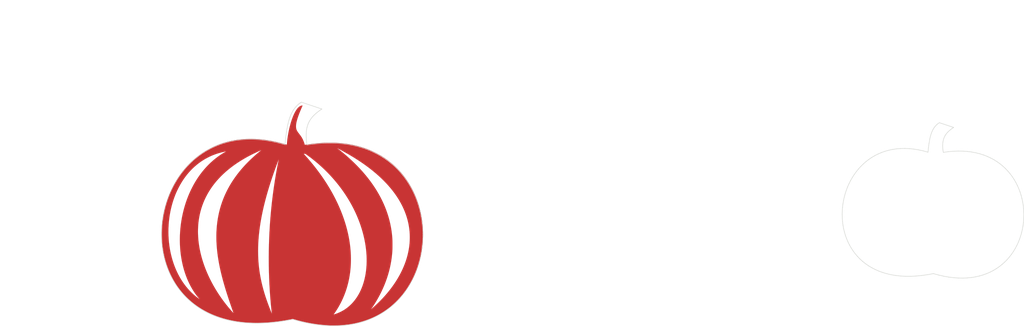
<source format=kicad_pcb>
(kicad_pcb (version 20201002) (generator pcbnew)

  (general
    (thickness 1.6)
  )

  (paper "A4")
  (layers
    (0 "F.Cu" signal)
    (31 "B.Cu" signal)
    (32 "B.Adhes" user "B.Adhesive")
    (33 "F.Adhes" user "F.Adhesive")
    (34 "B.Paste" user)
    (35 "F.Paste" user)
    (36 "B.SilkS" user "B.Silkscreen")
    (37 "F.SilkS" user "F.Silkscreen")
    (38 "B.Mask" user)
    (39 "F.Mask" user)
    (40 "Dwgs.User" user "User.Drawings")
    (41 "Cmts.User" user "User.Comments")
    (42 "Eco1.User" user "User.Eco1")
    (43 "Eco2.User" user "User.Eco2")
    (44 "Edge.Cuts" user)
    (45 "Margin" user)
    (46 "B.CrtYd" user "B.Courtyard")
    (47 "F.CrtYd" user "F.Courtyard")
    (48 "B.Fab" user)
    (49 "F.Fab" user)
  )

  (setup
    (stackup
      (layer "F.SilkS" (type "Top Silk Screen"))
      (layer "F.Paste" (type "Top Solder Paste"))
      (layer "F.Mask" (type "Top Solder Mask") (color "Green") (thickness 0.01))
      (layer "F.Cu" (type "copper") (thickness 0.035))
      (layer "dielectric 1" (type "core") (thickness 1.51) (material "FR4") (epsilon_r 4.5) (loss_tangent 0.02))
      (layer "B.Cu" (type "copper") (thickness 0.035))
      (layer "B.Mask" (type "Bottom Solder Mask") (color "Green") (thickness 0.01))
      (layer "B.Paste" (type "Bottom Solder Paste"))
      (layer "B.SilkS" (type "Bottom Silk Screen"))
      (copper_finish "None")
      (dielectric_constraints no)
    )
    (pcbplotparams
      (layerselection 0x00010fc_ffffffff)
      (disableapertmacros false)
      (usegerberextensions false)
      (usegerberattributes true)
      (usegerberadvancedattributes true)
      (creategerberjobfile true)
      (svguseinch false)
      (svgprecision 6)
      (excludeedgelayer true)
      (plotframeref false)
      (viasonmask false)
      (mode 1)
      (useauxorigin false)
      (hpglpennumber 1)
      (hpglpenspeed 20)
      (hpglpendiameter 15.000000)
      (psnegative false)
      (psa4output false)
      (plotreference true)
      (plotvalue true)
      (plotinvisibletext false)
      (sketchpadsonfab false)
      (subtractmaskfromsilk false)
      (outputformat 1)
      (mirror false)
      (drillshape 1)
      (scaleselection 1)
      (outputdirectory "")
    )
  )


  (net 0 "")

  (module "art:pumpkin-2-inch-negative" (layer "F.Cu") (tedit 0) (tstamp 25b5b7eb-c90e-4c20-a544-ccc2def3e2b4)
    (at 62.611 40.7924)
    (attr through_hole)
    (fp_text reference "Ref**" (at 0 0) (layer "F.SilkS") hide
      (effects (font (size 1.27 1.27) (thickness 0.15)))
      (tstamp a5b5fe59-cf5e-4554-a808-13af96efcd05)
    )
    (fp_text value "Val**" (at 0 0) (layer "F.SilkS") hide
      (effects (font (size 1.27 1.27) (thickness 0.15)))
      (tstamp b87aab96-5e5e-4fca-ab85-2a5a4775c54c)
    )
  )

  (module "art:pumpkin-2-inch-outline" (layer "F.Cu") (tedit 0) (tstamp 27dbb157-b7b6-41a0-8e52-17da90aed70a)
    (at 127.4318 91.2622)
    (attr through_hole)
    (fp_text reference "Ref**" (at 0 0) (layer "F.SilkS") hide
      (effects (font (size 1.27 1.27) (thickness 0.15)))
      (tstamp 8c80e7ae-b89b-4a20-b076-5a8af7914efa)
    )
    (fp_text value "Val**" (at 0 0) (layer "F.SilkS") hide
      (effects (font (size 1.27 1.27) (thickness 0.15)))
      (tstamp 6fcd595f-d47e-4916-b704-0b4c6ce2565c)
    )
    (fp_line (start 2.826203 -22.071324) (end 2.503597 -22.106356) (layer "Edge.Cuts") (width 0.1) (tstamp 0075c4e3-14ad-47e5-bc2f-75c648fb01ce))
    (fp_line (start -28.89323 -17.718391) (end -29.24675 -17.339299) (layer "Edge.Cuts") (width 0.1) (tstamp 00c50c5d-75ad-4f43-bfe8-81808945dcc6))
    (fp_line (start -5.215769 14.454353) (end -4.83785 14.537256) (layer "Edge.Cuts") (width 0.1) (tstamp 0157c6ca-a5aa-48b7-b470-2299e740b3f8))
    (fp_line (start -17.78266 -22.934005) (end -18.082536 -22.907526) (layer "Edge.Cuts") (width 0.1) (tstamp 026b585f-7396-4ab1-8578-a51cdd8dc092))
    (fp_line (start -20.391199 -22.537126) (end -20.668388 -22.471664) (layer "Edge.Cuts") (width 0.1) (tstamp 03406582-a573-46ee-b08c-9f135545896d))
    (fp_line (start -16.246111 -22.997247) (end -16.558354 -22.993965) (layer "Edge.Cuts") (width 0.1) (tstamp 03c132fc-5a6f-4d5e-a044-6fca97ed0679))
    (fp_line (start -21.751527 -22.16914) (end -22.015875 -22.08356) (layer "Edge.Cuts") (width 0.1) (tstamp 042ad03e-8703-4c26-8ea3-61ad78b4f3d1))
    (fp_line (start 18.900815 -6.258606) (end 18.826307 -6.762324) (layer "Edge.Cuts") (width 0.1) (tstamp 0517c28e-dd28-484d-9de0-fd13b027164c))
    (fp_line (start -18.915413 14.354291) (end -18.578099 14.402849) (layer "Edge.Cuts") (width 0.1) (tstamp 05ff96d7-dd2c-4765-9845-371f3a809984))
    (fp_line (start -2.894417 -28.188142) (end -2.699756 -28.356263) (layer "Edge.Cuts") (width 0.1) (tstamp 07c7a5ba-2f8e-4f84-ad39-9a39207dc783))
    (fp_line (start 6.163055 -21.412934) (end 5.875726 -21.492702) (layer "Edge.Cuts") (width 0.1) (tstamp 08ab2547-39bb-4000-b653-e82c442bc7b0))
    (fp_line (start -27.715453 10.776461) (end -27.49787 10.940413) (layer "Edge.Cuts") (width 0.1) (tstamp 08f5c554-9848-47a9-a087-66127737d05d))
    (fp_line (start -19.257034 -22.756978) (end -19.544374 -22.708402) (layer "Edge.Cuts") (width 0.1) (tstamp 08f82b06-84f7-4eaa-ad2c-ff5d92c85e29))
    (fp_line (start -33.883402 -8.175294) (end -33.989381 -7.665074) (layer "Edge.Cuts") (width 0.1) (tstamp 09ac69c1-95ba-478a-9ead-ccd2b73fac7b))
    (fp_line (start -7.783706 -28.299148) (end -7.904114 -28.041063) (layer "Edge.Cuts") (width 0.1) (tstamp 0a104b41-c07a-4e47-b0d7-0903c2248234))
    (fp_line (start -10.593999 14.354231) (end -10.170352 14.297334) (layer "Edge.Cuts") (width 0.1) (tstamp 0b4590da-209f-4de2-8f25-aabb80b563eb))
    (fp_line (start 11.016061 -19.220495) (end 10.789279 -19.365552) (layer "Edge.Cuts") (width 0.1) (tstamp 0bb27b0e-851e-4203-949c-852d8cea8f08))
    (fp_line (start 11.221232 12.235912) (end 11.437397 12.089352) (layer "Edge.Cuts") (width 0.1) (tstamp 0e220272-b3e8-4e28-9096-56047b6412b7))
    (fp_line (start -27.929407 10.609628) (end -27.715453 10.776461) (layer "Edge.Cuts") (width 0.1) (tstamp 0e3cb698-3ca8-4530-8ee9-26970829875d))
    (fp_line (start 3.461774 -21.98847) (end 3.145595 -22.032015) (layer "Edge.Cuts") (width 0.1) (tstamp 0f57d586-bd76-42c2-975f-0b8f6b5eab0c))
    (fp_line (start -22.952934 13.348863) (end -22.665096 13.449731) (layer "Edge.Cuts") (width 0.1) (tstamp 0fe4ca0e-62fc-4c09-b17a-4360a52767f6))
    (fp_line (start -3.854416 -21.957648) (end -4.238342 -21.90343) (layer "Edge.Cuts") (width 0.1) (tstamp 103b8fba-8f1d-4561-ad79-f5966c0a3ae4))
    (fp_line (start 17.005654 5.599352) (end 17.224816 5.145074) (layer "Edge.Cuts") (width 0.1) (tstamp 1090d5e5-a115-4211-aaaf-d6f0bd6bac15))
    (fp_line (start 8.140611 13.849517) (end 8.39538 13.745718) (layer "Edge.Cuts") (width 0.1) (tstamp 10a0470d-61b6-4da9-ad0a-6daf12abe5e2))
    (fp_line (start -2.72207 -22.090015) (end -3.096282 -22.050898) (layer "Edge.Cuts") (width 0.1) (tstamp 10c0baa4-8713-422f-8a0c-43e577e6c752))
    (fp_line (start 1.466729 15.162749) (end 1.789234 15.152007) (layer "Edge.Cuts") (width 0.1) (tstamp 114b56a4-ca3f-4360-9ece-9a40dcf430b9))
    (fp_line (start -30.216165 8.398963) (end -30.045245 8.596932) (layer "Edge.Cuts") (width 0.1) (tstamp 11b3a1ae-3439-4fbc-b7fe-494095baeb85))
    (fp_line (start -11.429314 14.452304) (end -11.013651 14.405873) (layer "Edge.Cuts") (width 0.1) (tstamp 12e1dad7-26ec-433f-b3b5-945063ed3dec))
    (fp_line (start -33.852307 1.084853) (end -33.727117 1.583984) (layer "Edge.Cuts") (width 0.1) (tstamp 13f7574e-7a02-40a5-a869-dc0c48bc29ae))
    (fp_line (start -23.793925 13.024139) (end -23.517342 13.136023) (layer "Edge.Cuts") (width 0.1) (tstamp 147db10a-f95e-4bcd-adc0-23b8e42c298d))
    (fp_line (start -4.462836 14.614853) (end -4.090728 14.687184) (layer "Edge.Cuts") (width 0.1) (tstamp 14b0490c-63a0-4592-bcbd-83a69681e874))
    (fp_line (start 19.052793 -2.192047) (end 19.076869 -2.700808) (layer "Edge.Cuts") (width 0.1) (tstamp 15053218-6daa-4531-9be8-0eb25d17683b))
    (fp_line (start -34.082978 -7.152481) (end -34.164137 -6.637865) (layer "Edge.Cuts") (width 0.1) (tstamp 154cecb0-2136-4edf-9130-59f577f6455f))
    (fp_line (start -12.652439 14.560768) (end -12.248701 14.529707) (layer "Edge.Cuts") (width 0.1) (tstamp 1596827f-8b4c-45c0-8178-e45c30a8ca7c))
    (fp_line (start 17.398974 -11.626126) (end 17.187777 -12.08777) (layer "Edge.Cuts") (width 0.1) (tstamp 16654401-1de0-45e3-99fd-a3fe0e0805e8))
    (fp_line (start 19.088156 -3.719632) (end 19.075345 -4.229023) (layer "Edge.Cuts") (width 0.1) (tstamp 1749b557-45e0-4b14-9072-943884b7ee3a))
    (fp_line (start -18.236932 14.447075) (end -17.891904 14.486926) (layer "Edge.Cuts") (width 0.1) (tstamp 17b34977-cefe-43f5-83b3-9ec5bfa3a6f6))
    (fp_line (start 18.528507 -8.259272) (end 18.404445 -8.752399) (layer "Edge.Cuts") (width 0.1) (tstamp 17d569cc-b6f1-4dd9-a8b1-9787f3856dfe))
    (fp_line (start -25.441876 -20.496813) (end -25.666687 -20.357475) (layer "Edge.Cuts") (width 0.1) (tstamp 1816bb63-caec-4f33-804a-eaa8df715c70))
    (fp_line (start 19.012759 -5.246084) (end 18.962962 -5.75308) (layer "Edge.Cuts") (width 0.1) (tstamp 19449467-5e36-4868-a7ad-5c51086e0162))
    (fp_line (start -5.903862 -30.49603) (end -6.022864 -30.41599) (layer "Edge.Cuts") (width 0.1) (tstamp 19fa20ae-ed79-4fdb-9c0b-f074ec6a0de3))
    (fp_line (start -4.238342 -21.90343) (end -4.625509 -21.844095) (layer "Edge.Cuts") (width 0.1) (tstamp 1a976ec3-c7bb-413a-996f-46a8b1a62736))
    (fp_line (start -26.115763 11.861175) (end -25.872581 12.003733) (layer "Edge.Cuts") (width 0.1) (tstamp 1d3fae44-6073-4f25-b61b-989127892789))
    (fp_line (start -34.359191 -2.490341) (end -34.325984 -1.973354) (layer "Edge.Cuts") (width 0.1) (tstamp 1d6287d6-266c-4a71-92d8-9c09cfeb4811))
    (fp_line (start 9.141912 13.41324) (end 9.384827 13.295527) (layer "Edge.Cuts") (width 0.1) (tstamp 1d68313f-f44b-4b65-923e-0a8034ce773c))
    (fp_line (start -26.324952 -19.920241) (end -26.538963 -19.768238) (layer "Edge.Cuts") (width 0.1) (tstamp 1e41088b-4054-4bfa-84fc-0e7c23e9b4d7))
    (fp_line (start -3.079628 -28.017566) (end -2.894417 -28.188142) (layer "Edge.Cuts") (width 0.1) (tstamp 1e64e377-cc4d-4cc3-a252-c0e5cfd37c26))
    (fp_line (start -24.51587 -21.020968) (end -24.751373 -20.894997) (layer "Edge.Cuts") (width 0.1) (tstamp 1ecfa11c-5970-4067-bfc4-adabcc11eda5))
    (fp_line (start -33.964194 0.582116) (end -33.852307 1.084853) (layer "Edge.Cuts") (width 0.1) (tstamp 1fdea56f-1931-447b-9958-54f4e97454ea))
    (fp_line (start 4.391052 -21.832848) (end 4.084502 -21.888845) (layer "Edge.Cuts") (width 0.1) (tstamp 20125159-bee2-4fff-af37-21c2d5faec8d))
    (fp_line (start -14.648231 -22.941209) (end -14.972673 -22.962223) (layer "Edge.Cuts") (width 0.1) (tstamp 2117ec54-8dee-4534-81ce-09f3bc6fff2b))
    (fp_line (start 19.088661 -3.210114) (end 19.088156 -3.719632) (layer "Edge.Cuts") (width 0.1) (tstamp 216e7550-5c73-44ec-8392-c02aa285f3c1))
    (fp_line (start -27.49787 10.940413) (end -27.27665 11.101441) (layer "Edge.Cuts") (width 0.1) (tstamp 21c3ff30-6ebd-4a3a-bcff-5ef9948c2c3a))
    (fp_line (start -24.601271 12.667158) (end -24.335883 12.789662) (layer "Edge.Cuts") (width 0.1) (tstamp 24c72bbf-cb43-4aa9-bec7-c898eb2bb116))
    (fp_line (start 14.150305 9.742151) (end 14.489983 9.365641) (layer "Edge.Cuts") (width 0.1) (tstamp 26a8d8d4-a8db-4165-b783-a8485648d21e))
    (fp_line (start -10.921182 -22.370966) (end -11.271865 -22.449301) (layer "Edge.Cuts") (width 0.1) (tstamp 274bf5ed-55be-4395-841b-b23a141f62a6))
    (fp_line (start 10.326807 12.791361) (end 10.554875 12.657202) (layer "Edge.Cuts") (width 0.1) (tstamp 27596dce-8703-496e-a670-9ba9266a6b9e))
    (fp_line (start -20.85876 13.97444) (end -20.544423 14.048065) (layer "Edge.Cuts") (width 0.1) (tstamp 27a401a9-c199-4572-8bc3-63212240f6f8))
    (fp_line (start 16.217965 -13.872558) (end 15.944202 -14.301626) (layer "Edge.Cuts") (width 0.1) (tstamp 27b661a7-19bc-4a85-9de7-fe6793a8b790))
    (fp_line (start 11.650584 11.939796) (end 11.86079 11.787288) (layer "Edge.Cuts") (width 0.1) (tstamp 28314d1f-57d1-4698-8ad0-e6ad60ac3918))
    (fp_line (start 8.39538 13.745718) (end 8.647187 13.638377) (layer "Edge.Cuts") (width 0.1) (tstamp 28a930f0-8b39-4bc0-a0c3-8cdf1ccc96d5))
    (fp_line (start -13.992097 -22.884164) (end -14.32137 -22.915204) (layer "Edge.Cuts") (width 0.1) (tstamp 28e2fbe2-9868-4bc2-81b9-8ff216379db0))
    (fp_line (start 17.957726 -10.209501) (end 17.783938 -10.686655) (layer "Edge.Cuts") (width 0.1) (tstamp 295db562-fbf3-4c15-afcb-1f45620021db))
    (fp_line (start 17.980239 3.272053) (end 18.138735 2.791501) (layer "Edge.Cuts") (width 0.1) (tstamp 2a3ebab5-21f3-4933-b1bc-928327ce6fba))
    (fp_line (start -28.34645 10.267497) (end -28.139736 10.439959) (layer "Edge.Cuts") (width 0.1) (tstamp 2aa06e02-7a98-4206-a933-a02d07ff7ae5))
    (fp_line (start -34.381487 -4.046759) (end -34.386889 -3.527396) (layer "Edge.Cuts") (width 0.1) (tstamp 2b34da29-257e-406f-9f48-0112cd87d9a8))
    (fp_line (start 15.047595 -15.542342) (end 14.723584 -15.939296) (layer "Edge.Cuts") (width 0.1) (tstamp 2bf5b2ee-f2db-453d-ac72-863549b87072))
    (fp_line (start 18.285065 2.306704) (end 18.419219 1.817997) (layer "Edge.Cuts") (width 0.1) (tstamp 2c4dd4a6-7943-411f-881c-453a35155f80))
    (fp_line (start 4.084502 -21.888845) (end 3.774743 -21.940733) (layer "Edge.Cuts") (width 0.1) (tstamp 2c7c0d13-1230-4ea9-95f3-7330c5c52363))
    (fp_line (start -13.326339 -22.806802) (end -13.660417 -22.848044) (layer "Edge.Cuts") (width 0.1) (tstamp 2c8c4fbf-d599-411f-a5cc-be3ca33c8142))
    (fp_line (start -7.040721 -29.47211) (end -7.209564 -29.25439) (layer "Edge.Cuts") (width 0.1) (tstamp 2d07f850-2a69-4eb3-8d96-6ea5f78c1d9b))
    (fp_line (start 17.431866 4.684869) (end 17.626793 4.219073) (layer "Edge.Cuts") (width 0.1) (tstamp 2d4a265c-5a69-4b6f-97f5-2bb298662a84))
    (fp_line (start -2.351095 -22.124182) (end -2.72207 -22.090015) (layer "Edge.Cuts") (width 0.1) (tstamp 2da4cfce-95ef-4efb-97a8-07331ff7e89f))
    (fp_line (start -4.563439 -25.640928) (end -4.491977 -25.870592) (layer "Edge.Cuts") (width 0.1) (tstamp 2e4125b6-397e-4f3d-abb3-83dae20bf9ab))
    (fp_line (start 18.962962 -5.75308) (end 18.900815 -6.258606) (layer "Edge.Cuts") (width 0.1) (tstamp 2ed1dc60-c363-47c5-9a5d-07af071ce0cc))
    (fp_line (start -28.749054 9.914371) (end -28.549553 10.092286) (layer "Edge.Cuts") (width 0.1) (tstamp 3088ee18-d574-4e40-8ea1-995e43700a25))
    (fp_line (start -23.517342 13.136023) (end -23.237014 13.244279) (layer "Edge.Cuts") (width 0.1) (tstamp 30fb670f-f3a4-4c1b-805d-c21782ddba31))
    (fp_line (start -34.062833 0.076124) (end -33.964194 0.582116) (layer "Edge.Cuts") (width 0.1) (tstamp 3176bc67-e8d4-4899-b302-b98f7fd5ccb7))
    (fp_line (start 1.789234 15.152007) (end 2.108808 15.136756) (layer "Edge.Cuts") (width 0.1) (tstamp 31b5e6bb-e9ae-4da2-a72f-5763e2c77784))
    (fp_line (start -23.547366 -21.489891) (end -23.793453 -21.377992) (layer "Edge.Cuts") (width 0.1) (tstamp 32201baa-4dc2-4b17-8277-1d5133bd3c72))
    (fp_line (start 6.447184 -21.329352) (end 6.163055 -21.412934) (layer "Edge.Cuts") (width 0.1) (tstamp 3389f681-82a0-4359-b73a-fd129c099e7e))
    (fp_line (start 15.359028 -15.136854) (end 15.047595 -15.542342) (layer "Edge.Cuts") (width 0.1) (tstamp 338c1d75-d257-4cd7-82fe-9ae0cf49de4e))
    (fp_line (start -3.255385 -27.844157) (end -3.079628 -28.017566) (layer "Edge.Cuts") (width 0.1) (tstamp 34ca6381-d1b8-43ec-b51e-69313b3a3eaa))
    (fp_line (start -20.544423 14.048065) (end -20.226273 14.117622) (layer "Edge.Cuts") (width 0.1) (tstamp 34da781b-389f-4b51-89aa-88ab0e13ce37))
    (fp_line (start 4.852898 14.803564) (end 5.143097 14.745542) (layer "Edge.Cuts") (width 0.1) (tstamp 35c998de-a204-4e2c-ba45-b6419ca96df2))
    (fp_line (start 11.002089 12.379435) (end 11.221232 12.235912) (layer "Edge.Cuts") (width 0.1) (tstamp 35ccf444-830f-4a6c-bcc5-44b2e91d933d))
    (fp_line (start -6.860884 -29.680666) (end -7.040721 -29.47211) (layer "Edge.Cuts") (width 0.1) (tstamp 3604afe3-25b0-47cb-b0f3-675d938ee371))
    (fp_line (start 8.605226 -20.528413) (end 8.346639 -20.640999) (layer "Edge.Cuts") (width 0.1) (tstamp 3605a3ca-856b-4d5a-bf51-9b91c4ef6d8f))
    (fp_line (start -29.589023 -16.950444) (end -29.919996 -16.55218) (layer "Edge.Cuts") (width 0.1) (tstamp 36332d62-2c65-4088-aa33-a51fa9dca2fe))
    (fp_line (start -18.6748 -22.841091) (end -18.967174 -22.801222) (layer "Edge.Cuts") (width 0.1) (tstamp 36947c16-195c-4639-b1f7-ac170aa075d5))
    (fp_line (start -8.389199 -26.653165) (end -8.465877 -26.358634) (layer "Edge.Cuts") (width 0.1) (tstamp 37aed54e-6bbe-4fdb-b6f2-8aaacaffc481))
    (fp_line (start 14.489983 9.365641) (end 14.817658 8.979841) (layer "Edge.Cuts") (width 0.1) (tstamp 37e0bfa3-8c9a-4c1d-a022-a1a9f668ef1b))
    (fp_line (start -24.066769 12.908671) (end -23.793925 13.024139) (layer "Edge.Cuts") (width 0.1) (tstamp 38331661-e8e6-4b5d-9a06-ca4d4baa219c))
    (fp_line (start -8.771552 -24.82121) (end -8.820197 -24.503315) (layer "Edge.Cuts") (width 0.1) (tstamp 391c2915-712f-40eb-aec8-e47fda624245))
    (fp_line (start -8.820197 -24.503315) (end -8.908485 -23.860023) (layer "Edge.Cuts") (width 0.1) (tstamp 3ac7a0d8-e4ea-46df-affb-8a3c0f0263dc))
    (fp_line (start -4.677832 -25.159037) (end -4.625392 -25.403869) (layer "Edge.Cuts") (width 0.1) (tstamp 3b7390b7-3311-4207-b1ec-3bbe19193cce))
    (fp_line (start -34.363324 -4.566211) (end -34.381487 -4.046759) (layer "Edge.Cuts") (width 0.1) (tstamp 3c7938e3-91dd-4b16-8200-044897ebebdc))
    (fp_line (start 14.817658 8.979841) (end 15.133319 8.585087) (layer "Edge.Cuts") (width 0.1) (tstamp 3ccd0a5c-b1a9-41ee-8897-e02ead5c4fbf))
    (fp_line (start -5.781511 -30.573279) (end -5.781511 -30.573279) (layer "Edge.Cuts") (width 0.1) (tstamp 3df40a9d-4d61-492e-b87b-51b4ca409872))
    (fp_line (start 8.860627 -20.412391) (end 8.605226 -20.528413) (layer "Edge.Cuts") (width 0.1) (tstamp 3e269593-c7ea-43c7-a86d-ce59ae4ae402))
    (fp_line (start -24.984212 -20.765619) (end -25.214383 -20.632876) (layer "Edge.Cuts") (width 0.1) (tstamp 3f3bdc10-203e-4fa1-8ab0-210aa39993ff))
    (fp_line (start -33.634512 -9.187202) (end -33.765094 -8.682787) (layer "Edge.Cuts") (width 0.1) (tstamp 3f6bbe3d-dce5-43c9-8568-d98e247add48))
    (fp_line (start 12.514766 -18.123001) (end 12.310167 -18.288288) (layer "Edge.Cuts") (width 0.1) (tstamp 406a8275-8db9-4dc3-84e0-917fe23b4905))
    (fp_line (start -12.989868 -22.760393) (end -13.326339 -22.806802) (layer "Edge.Cuts") (width 0.1) (tstamp 407c4bd5-fb89-47c6-8178-7f05b00e3fbb))
    (fp_line (start -17.891904 14.486926) (end -17.54301 14.522357) (layer "Edge.Cuts") (width 0.1) (tstamp 41143176-8813-472d-ac33-7cf24b115aa5))
    (fp_line (start 13.675973 -17.0756) (end 13.490335 -17.256586) (layer "Edge.Cuts") (width 0.1) (tstamp 412fb35a-4be4-4127-b2d4-f187f9d74fb2))
    (fp_line (start 16.531041 6.488781) (end 16.774392 6.047366) (layer "Edge.Cuts") (width 0.1) (tstamp 41b0c525-764b-4114-8427-eca4ca0a166b))
    (fp_line (start -9.495069 -22.002438) (end -9.855091 -22.102937) (layer "Edge.Cuts") (width 0.1) (tstamp 422a712e-eb75-4e26-8cfd-b3f60279cb48))
    (fp_line (start 11.86079 11.787288) (end 12.068015 11.631869) (layer "Edge.Cuts") (width 0.1) (tstamp 426666fc-d6a5-4c92-86bd-3951aea32e92))
    (fp_line (start -11.271865 -22.449301) (end -11.620196 -22.522205) (layer "Edge.Cuts") (width 0.1) (tstamp 43ce7436-427d-40ea-a8a2-5898cce71c91))
    (fp_line (start -23.047313 -21.702761) (end -23.298651 -21.598162) (layer "Edge.Cuts") (width 0.1) (tstamp 43dab571-9ff9-4cf4-bed0-4fc05a5e04d6))
    (fp_line (start 10.32619 -19.646451) (end 10.08988 -19.782208) (layer "Edge.Cuts") (width 0.1) (tstamp 44143191-e0c9-4a80-b127-85892f7c0664))
    (fp_line (start -16.833595 14.579785) (end -16.47306 14.601693) (layer "Edge.Cuts") (width 0.1) (tstamp 44732d08-a4b3-44f3-a64b-fb2f4e4809f5))
    (fp_line (start 4.559756 14.857498) (end 4.852898 14.803564) (layer "Edge.Cuts") (width 0.1) (tstamp 449e1477-d5eb-4032-a43e-10c0b0460e57))
    (fp_line (start 13.434985 10.465956) (end 13.798636 10.109035) (layer "Edge.Cuts") (width 0.1) (tstamp 45269a50-d87d-4a2e-b18a-7f8f3fc18f36))
    (fp_line (start -31.167542 7.164206) (end -31.017772 7.375368) (layer "Edge.Cuts") (width 0.1) (tstamp 452cf3a6-56c3-4def-9314-43a601fb24fb))
    (fp_line (start -28.549553 10.092286) (end -28.34645 10.267497) (layer "Edge.Cuts") (width 0.1) (tstamp 4612820b-50b0-4d8c-b07d-d1139f600815))
    (fp_line (start -26.591103 11.566539) (end -26.355268 11.715429) (layer "Edge.Cuts") (width 0.1) (tstamp 465ab5c1-cfbc-4639-8e4d-9b5f241b5c1d))
    (fp_line (start 10.095767 12.922316) (end 10.326807 12.791361) (layer "Edge.Cuts") (width 0.1) (tstamp 469317ef-834a-4dcd-99bd-2cb84457373e))
    (fp_line (start -0.899519 -22.212195) (end -1.257567 -22.197406) (layer "Edge.Cuts") (width 0.1) (tstamp 4735d11b-3981-409a-bcf9-3af692064c97))
    (fp_line (start -0.544701 -22.222245) (end -0.899519 -22.212195) (layer "Edge.Cuts") (width 0.1) (tstamp 4842f981-d078-4e58-b55c-9ffd91d68eaf))
    (fp_line (start -9.742704 14.235138) (end -9.311046 14.167599) (layer "Edge.Cuts") (width 0.1) (tstamp 485afef3-5661-477b-ad96-4e10d214780c))
    (fp_line (start -2.631378 14.9247) (end -2.273818 14.971337) (layer "Edge.Cuts") (width 0.1) (tstamp 494167da-41ae-4d19-86cd-e7094a8fd438))
    (fp_line (start -25.666687 -20.357475) (end -25.888808 -20.214904) (layer "Edge.Cuts") (width 0.1) (tstamp 4a2a9eae-282e-4481-bb42-edd44e72072d))
    (fp_line (start -6.022864 -30.41599) (end -6.138572 -30.333205) (layer "Edge.Cuts") (width 0.1) (tstamp 4a99260c-d7cb-4f20-8851-1128fb309686))
    (fp_line (start -22.015875 -22.08356) (end -22.277634 -21.994088) (layer "Edge.Cuts") (width 0.1) (tstamp 4abd9118-ed43-4253-bb31-7cb8c5b92ac1))
    (fp_line (start 8.896032 13.527537) (end 9.141912 13.41324) (layer "Edge.Cuts") (width 0.1) (tstamp 4b728cfd-40d5-4878-a6d7-7a3058a83ae8))
    (fp_line (start -25.888808 -20.214904) (end -26.108232 -20.069145) (layer "Edge.Cuts") (width 0.1) (tstamp 4bb67cdc-85b3-48b2-a53b-af05d5873a3b))
    (fp_line (start -19.544374 -22.708402) (end -19.829185 -22.655539) (layer "Edge.Cuts") (width 0.1) (tstamp 4c4033ef-f229-4b9d-96f8-8dea4ced0496))
    (fp_line (start -8.306323 -26.94253) (end -8.389199 -26.653165) (layer "Edge.Cuts") (width 0.1) (tstamp 4c762c93-9e96-459f-b47c-a01ed9d002e6))
    (fp_line (start -30.383544 8.198686) (end -30.216165 8.398963) (layer "Edge.Cuts") (width 0.1) (tstamp 4d062d63-a5d0-4530-9e40-4d3b9e3add67))
    (fp_line (start 12.310167 -18.288288) (end 12.102403 -18.45081) (layer "Edge.Cuts") (width 0.1) (tstamp 4d12b73b-ada8-4d9e-b1e7-800d6f0bf783))
    (fp_line (start -21.484598 -22.250784) (end -21.751527 -22.16914) (layer "Edge.Cuts") (width 0.1) (tstamp 4d1e24aa-4d9b-4668-b509-0cfa1838732f))
    (fp_line (start -8.875374 14.094673) (end -8.435678 14.016316) (layer "Edge.Cuts") (width 0.1) (tstamp 4dec9051-f78b-4626-8189-e6f8ad281935))
    (fp_line (start 12.473513 11.312465) (end 12.671785 11.148565) (layer "Edge.Cuts") (width 0.1) (tstamp 4df319d2-c345-4647-9872-0e171d7684d6))
    (fp_line (start -14.972673 -22.962223) (end -15.294689 -22.97829) (layer "Edge.Cuts") (width 0.1) (tstamp 4f1a1e7e-5719-4d0d-877e-acaf56b42c87))
    (fp_line (start -24.277711 -21.143487) (end -24.51587 -21.020968) (layer "Edge.Cuts") (width 0.1) (tstamp 4fa69c61-15da-43ce-8672-036ae6fd7127))
    (fp_line (start -25.120901 12.411837) (end -24.862942 12.541201) (layer "Edge.Cuts") (width 0.1) (tstamp 4fec74a8-aeb0-4f7d-b481-ff70167829ea))
    (fp_line (start 11.460107 -18.921375) (end 11.23967 -19.072422) (layer "Edge.Cuts") (width 0.1) (tstamp 51e74ac4-0d6a-46db-a995-28dd2864341c))
    (fp_line (start -23.298651 -21.598162) (end -23.547366 -21.489891) (layer "Edge.Cuts") (width 0.1) (tstamp 527294c4-bb65-4e79-ac9d-8aa359dc1908))
    (fp_line (start -30.547387 7.996144) (end -30.383544 8.198686) (layer "Edge.Cuts") (width 0.1) (tstamp 52d886fc-ddd2-4fc0-968b-8a689f443367))
    (fp_line (start -3.86378 -27.114579) (end -3.725885 -27.303124) (layer "Edge.Cuts") (width 0.1) (tstamp 53eb1b58-48e9-4286-91a1-4886aeb72bf3))
    (fp_line (start -6.138572 -30.333205) (end -6.251042 -30.247721) (layer "Edge.Cuts") (width 0.1) (tstamp 543b650a-38ce-41f5-89cd-ed7f9571de03))
    (fp_line (start 7.358551 14.139244) (end 7.622195 14.046322) (layer "Edge.Cuts") (width 0.1) (tstamp 545210d0-dd6d-4b13-9885-88de56a1ff81))
    (fp_line (start 19.016442 -1.68417) (end 19.052793 -2.192047) (layer "Edge.Cuts") (width 0.1) (tstamp 54bc8fb7-259f-4545-a51b-6c52c6ee658f))
    (fp_line (start -32.693594 4.483337) (end -32.473771 4.947373) (layer "Edge.Cuts") (width 0.1) (tstamp 553d2eb4-e546-4036-a9b6-3dfe8d6279c4))
    (fp_line (start -2.699756 -28.356263) (end -2.49565 -28.522311) (layer "Edge.Cuts") (width 0.1) (tstamp 55d83840-7167-4236-b0cf-db3e35387d39))
    (fp_line (start -17.190243 14.553325) (end -16.833595 14.579785) (layer "Edge.Cuts") (width 0.1) (tstamp 57056b16-4781-4caf-95ec-7a2597bc4985))
    (fp_line (start -15.740303 14.63168) (end -15.368066 14.63967) (layer "Edge.Cuts") (width 0.1) (tstamp 5765a117-f9d1-485d-a968-32ea96bc491a))
    (fp_line (start -5.980313 14.272457) (end -5.59659 14.366101) (layer "Edge.Cuts") (width 0.1) (tstamp 57a2a4e8-ce94-4b3b-9a30-05e625666017))
    (fp_line (start -32.154458 -13.069504) (end -32.38129 -12.602377) (layer "Edge.Cuts") (width 0.1) (tstamp 590dfe94-4a87-430b-bc8b-9fbffd05b5d8))
    (fp_line (start -33.436614 2.57002) (end -33.271191 3.056221) (layer "Edge.Cuts") (width 0.1) (tstamp 5963a86f-8bca-4fb3-8a0a-59a459985ce3))
    (fp_line (start -31.31381 6.950999) (end -31.167542 7.164206) (layer "Edge.Cuts") (width 0.1) (tstamp 5997688f-f3e6-4095-a2ab-fc80af69e2e5))
    (fp_line (start -25.872581 12.003733) (end -25.625714 12.143059) (layer "Edge.Cuts") (width 0.1) (tstamp 5a011cb3-7b07-4b41-af3d-8a0f3413aa6e))
    (fp_line (start -19.829185 -22.655539) (end -20.111463 -22.598432) (layer "Edge.Cuts") (width 0.1) (tstamp 5a1a290c-4c9f-46c6-8af0-a6aadac84ac2))
    (fp_line (start 9.861756 13.050023) (end 10.095767 12.922316) (layer "Edge.Cuts") (width 0.1) (tstamp 5c374f85-301b-4630-a949-c8225938dde8))
    (fp_line (start -8.435678 14.016316) (end -7.991954 13.932483) (layer "Edge.Cuts") (width 0.1) (tstamp 5c57d757-0a2e-43b7-8a2d-c0e1fc1d22e4))
    (fp_line (start -22.277634 -21.994088) (end -22.536798 -21.900768) (layer "Edge.Cuts") (width 0.1) (tstamp 5c765c23-a241-4095-b39a-b5f354fc7446))
    (fp_line (start -11.013651 14.405873) (end -10.593999 14.354231) (layer "Edge.Cuts") (width 0.1) (tstamp 5c86ba49-e210-4b98-932d-fd39d501fa41))
    (fp_line (start -5.781511 -30.572246) (end -5.781511 -30.573279) (layer "Edge.Cuts") (width 0.1) (tstamp 5cc0ee51-6333-4343-b60c-60f5b5a469d5))
    (fp_line (start 19.076869 -2.700808) (end 19.088661 -3.210114) (layer "Edge.Cuts") (width 0.1) (tstamp 5d2665eb-2a3a-4b5a-9a2f-507b4ad823f2))
    (fp_line (start 9.384827 13.295527) (end 9.624776 13.17444) (layer "Edge.Cuts") (width 0.1) (tstamp 5d4aa1fa-3f88-4fcf-8cfc-1d6b7111d507))
    (fp_line (start -0.529753 15.130171) (end -0.189697 15.147362) (layer "Edge.Cuts") (width 0.1) (tstamp 5d4b8f7b-9ea4-4c14-a8b8-6ec9faa2780b))
    (fp_line (start -33.336739 -10.185392) (end -33.491709 -9.688188) (layer "Edge.Cuts") (width 0.1) (tstamp 5d7e09d5-92b4-4abd-abac-d041d1338e7f))
    (fp_line (start -2.282104 -28.686665) (end -2.059122 -28.849705) (layer "Edge.Cuts") (width 0.1) (tstamp 5e2d79ec-c40e-4922-8b83-21a9c89c8c24))
    (fp_line (start 9.850392 -19.914781) (end 9.607724 -20.044128) (layer "Edge.Cuts") (width 0.1) (tstamp 5e2e1390-bd2d-4366-bbcc-7c6f2563f387))
    (fp_line (start -21.476023 13.815163) (end -21.169291 13.896792) (layer "Edge.Cuts") (width 0.1) (tstamp 5e6b2f2b-e97c-48f2-889c-340a6362d58a))
    (fp_line (start -4.792443 -23.505503) (end -4.797177 -23.804961) (layer "Edge.Cuts") (width 0.1) (tstamp 5f6f3fb9-5a2d-4dcd-8af7-6aba47196923))
    (fp_line (start -24.862942 12.541201) (end -24.601271 12.667158) (layer "Edge.Cuts") (width 0.1) (tstamp 620b87fd-6589-4bc4-a40f-47784a2b0863))
    (fp_line (start -30.547822 -15.728826) (end -30.844568 -15.304441) (layer "Edge.Cuts") (width 0.1) (tstamp 635cba52-21d6-4f2f-9458-202c8f00c532))
    (fp_line (start -3.355233 14.81622) (end -2.99185 14.873009) (layer "Edge.Cuts") (width 0.1) (tstamp 636a2424-dae3-44bd-9bdb-920a63cd2cae))
    (fp_line (start 10.789279 -19.365552) (end 10.559322 -19.507551) (layer "Edge.Cuts") (width 0.1) (tstamp 6395fac1-1791-4118-8cb2-67260c653732))
    (fp_line (start 18.541186 1.325717) (end 18.650954 0.8302) (layer "Edge.Cuts") (width 0.1) (tstamp 63fb821b-a1ce-4efa-ba4b-a6166817d57d))
    (fp_line (start -15.294689 -22.97829) (end -15.614271 -22.989453) (layer "Edge.Cuts") (width 0.1) (tstamp 647f0bab-efc9-4ccf-a8da-ccdf195a4735))
    (fp_line (start -8.908485 -23.860023) (end -8.987677 -23.20915) (layer "Edge.Cuts") (width 0.1) (tstamp 6643f725-dae1-43b1-8655-a51f6bdd717e))
    (fp_line (start -26.750256 -19.613178) (end -26.958826 -19.455107) (layer "Edge.Cuts") (width 0.1) (tstamp 664699ba-e289-43ed-a2de-16ae2fec0e78))
    (fp_line (start 6.822396 14.313917) (end 7.091951 14.228457) (layer "Edge.Cuts") (width 0.1) (tstamp 669fce70-b4a8-44f2-a949-4881dda6e457))
    (fp_line (start -22.078117 13.640143) (end -21.778963 13.729599) (layer "Edge.Cuts") (width 0.1) (tstamp 66e7a2d9-bb9c-4e89-9e5a-c1c94d1bd3a2))
    (fp_line (start -11.966169 -22.589723) (end -12.309776 -22.651897) (layer "Edge.Cuts") (width 0.1) (tstamp 66f07cea-b069-4f24-ab10-a0070799c973))
    (fp_line (start -15.368066 14.63967) (end -14.991916 14.642932) (layer "Edge.Cuts") (width 0.1) (tstamp 686e1f2a-3147-40ae-be96-d2e6070956b1))
    (fp_line (start -28.944959 9.733796) (end -28.749054 9.914371) (layer "Edge.Cuts") (width 0.1) (tstamp 68994e99-5246-442b-a99b-49df868baf52))
    (fp_line (start -24.335883 12.789662) (end -24.066769 12.908671) (layer "Edge.Cuts") (width 0.1) (tstamp 6928166f-3b3e-4f6e-878d-33f5fe985545))
    (fp_line (start -21.215094 -22.328449) (end -21.484598 -22.250784) (layer "Edge.Cuts") (width 0.1) (tstamp 6956b2d0-428e-4ca7-9c15-ced5d04c5f9a))
    (fp_line (start -1.218627 15.08134) (end -0.87273 15.108178) (layer "Edge.Cuts") (width 0.1) (tstamp 6a2e26e2-1c2b-4ed2-a526-507519f3757f))
    (fp_line (start 3.662681 14.994351) (end 3.964646 14.952933) (layer "Edge.Cuts") (width 0.1) (tstamp 6ab61b12-93c9-4853-b189-dca844012070))
    (fp_line (start 12.671785 11.148565) (end 12.867069 10.981922) (layer "Edge.Cuts") (width 0.1) (tstamp 6abad9ea-52c8-49e2-bb68-dd3f78be4179))
    (fp_line (start -34.220581 -0.944217) (end -34.148277 -0.432771) (layer "Edge.Cuts") (width 0.1) (tstamp 6ad9c21e-2ea6-4d52-9e74-7f8951f2e880))
    (fp_line (start -34.148277 -0.432771) (end -34.062833 0.076124) (layer "Edge.Cuts") (width 0.1) (tstamp 6b894001-c7e0-4146-aff6-d33e7f37befc))
    (fp_line (start -29.326006 9.364838) (end -29.137274 9.550603) (layer "Edge.Cuts") (width 0.1) (tstamp 6b8fd4d5-ae09-4e23-9640-8a8044b68ba7))
    (fp_line (start 13.798636 10.109035) (end 14.150305 9.742151) (layer "Edge.Cuts") (width 0.1) (tstamp 6d1faaf8-bc57-4407-b513-563734f37a15))
    (fp_line (start 12.867069 10.981922) (end 13.059365 10.812578) (layer "Edge.Cuts") (width 0.1) (tstamp 6d83fee0-7cda-4a8c-bbcd-1a9c3eaf579b))
    (fp_line (start 2.177776 -22.137069) (end 1.848738 -22.163421) (layer "Edge.Cuts") (width 0.1) (tstamp 6dbbf117-ba71-4c2b-b344-ab63cdc6eddb))
    (fp_line (start -32.990518 -11.167049) (end -33.169658 -10.678463) (layer "Edge.Cuts") (width 0.1) (tstamp 6dcab56a-dc0a-44fd-9201-7140ad84f716))
    (fp_line (start -8.987677 -23.20915) (end -9.132729 -21.896289) (layer "Edge.Cuts") (width 0.1) (tstamp 6e0eefc6-254d-402a-abee-71161375ecaf))
    (fp_line (start -33.491709 -9.688188) (end -33.634512 -9.187202) (layer "Edge.Cuts") (width 0.1) (tstamp 6ec0929a-8410-46e2-8435-ad7dc9dc7364))
    (fp_line (start -0.87273 15.108178) (end -0.529753 15.130171) (layer "Edge.Cuts") (width 0.1) (tstamp 6eff642f-6409-4cd9-a9ab-213f6869bb77))
    (fp_line (start -34.232806 -6.121578) (end -34.288929 -5.603972) (layer "Edge.Cuts") (width 0.1) (tstamp 6f3efcca-2cc3-47b2-a557-d601644137b7))
    (fp_line (start -17.54301 14.522357) (end -17.190243 14.553325) (layer "Edge.Cuts") (width 0.1) (tstamp 6f532141-31ee-43ac-a8ba-f4b6484804ae))
    (fp_line (start -13.660417 -22.848044) (end -13.992097 -22.884164) (layer "Edge.Cuts") (width 0.1) (tstamp 6fa5faec-2be8-4179-91a3-2d1a092e4071))
    (fp_line (start 8.647187 13.638377) (end 8.896032 13.527537) (layer "Edge.Cuts") (width 0.1) (tstamp 70b873be-2b0b-402f-848a-2437e576c36f))
    (fp_line (start -8.536793 -26.0593) (end -8.602382 -25.755528) (layer "Edge.Cuts") (width 0.1) (tstamp 7188e73b-9622-4980-9269-17ba537f0efe))
    (fp_line (start -1.983353 -22.153442) (end -2.351095 -22.124182) (layer "Edge.Cuts") (width 0.1) (tstamp 71c5ef96-ef5e-43b9-9121-afd649a21d80))
    (fp_line (start -30.844568 -15.304441) (end -31.129797 -14.872053) (layer "Edge.Cuts") (width 0.1) (tstamp 7237d058-6c09-426d-82e6-e436b210fa03))
    (fp_line (start -1.584867 -29.173364) (end -5.781511 -30.572246) (layer "Edge.Cuts") (width 0.1) (tstamp 7256ee0d-cf37-456e-8523-b5f159ea9054))
    (fp_line (start -32.799374 -11.650797) (end -32.990518 -11.167049) (layer "Edge.Cuts") (width 0.1) (tstamp 734e4cc9-e2f3-4a25-b853-297cab5525ab))
    (fp_line (start 16.727897 -12.993194) (end 16.479193 -13.436302) (layer "Edge.Cuts") (width 0.1) (tstamp 7364bc0a-11b5-4d6d-8e0a-5b103d058ad2))
    (fp_line (start -34.279798 -1.457861) (end -34.220581 -0.944217) (layer "Edge.Cuts") (width 0.1) (tstamp 741d6ae0-2de5-49f4-887a-18b3d0e2c3fa))
    (fp_line (start -10.170352 14.297334) (end -9.742704 14.235138) (layer "Edge.Cuts") (width 0.1) (tstamp 7422caff-0c20-47e9-9afd-641748ee4f57))
    (fp_line (start 11.891472 -18.610527) (end 11.677374 -18.767396) (layer "Edge.Cuts") (width 0.1) (tstamp 7582c13f-a387-4110-acad-bebc8128ff84))
    (fp_line (start 13.30154 -17.43506) (end 13.109587 -17.610981) (layer "Edge.Cuts") (width 0.1) (tstamp 75aa44d9-1bd2-4d73-8a99-23959e5e6095))
    (fp_line (start -27.051787 11.259501) (end -26.823273 11.414548) (layer "Edge.Cuts") (width 0.1) (tstamp 75f564f1-5b62-47b0-8ef9-005dc8132434))
    (fp_line (start 7.622195 14.046322) (end 7.882883 13.949732) (layer "Edge.Cuts") (width 0.1) (tstamp 761f1278-9735-41cb-b5ce-bc0dba406f03))
    (fp_line (start -8.663081 -25.44768) (end -8.719326 -25.136119) (layer "Edge.Cuts") (width 0.1) (tstamp 76d9da61-db3c-4cb2-bd6f-f1ceae6a0ff4))
    (fp_line (start -28.152667 -18.445882) (end -28.528518 -18.087369) (layer "Edge.Cuts") (width 0.1) (tstamp 77076484-9522-4345-9e95-7d6675cdaf40))
    (fp_line (start -25.375156 12.279108) (end -25.120901 12.411837) (layer "Edge.Cuts") (width 0.1) (tstamp 77845e64-7716-4529-8a1d-7f7df024f415))
    (fp_line (start 13.109587 -17.610981) (end 12.914475 -17.784306) (layer "Edge.Cuts") (width 0.1) (tstamp 77f2bfd0-9c4f-4fd7-bf65-14e9e5ed1835))
    (fp_line (start -4.320546 -26.309257) (end -4.220585 -26.519019) (layer "Edge.Cuts") (width 0.1) (tstamp 78c946d7-8ca6-4b21-bd06-1e642f0bb105))
    (fp_line (start -7.516008 -28.792915) (end -7.654482 -28.549886) (layer "Edge.Cuts") (width 0.1) (tstamp 793b6b5f-e9f3-4633-b7ab-a35b1615cafb))
    (fp_line (start -32.473771 4.947373) (end -32.240213 5.404988) (layer "Edge.Cuts") (width 0.1) (tstamp 799fe1a0-8a79-492f-8db6-6f7ef3a54e0e))
    (fp_line (start -1.618844 -22.177836) (end -1.983353 -22.153442) (layer "Edge.Cuts") (width 0.1) (tstamp 7a464061-4d2f-4134-8153-554c8693d97e))
    (fp_line (start 18.833852 -0.1692) (end 18.906961 -0.67241) (layer "Edge.Cuts") (width 0.1) (tstamp 7ad3c8b5-135e-4906-b954-1703e667cc22))
    (fp_line (start -4.220585 -26.519019) (end -4.111135 -26.722906) (layer "Edge.Cuts") (width 0.1) (tstamp 7b043c21-8290-41d3-bfc8-f2ef2ad74982))
    (fp_line (start -33.989381 -7.665074) (end -34.082978 -7.152481) (layer "Edge.Cuts") (width 0.1) (tstamp 7b176fca-86f2-455f-b54c-13ce475dc169))
    (fp_line (start 14.037784 -16.706261) (end 13.675973 -17.0756) (layer "Edge.Cuts") (width 0.1) (tstamp 7ba7bd6a-ef16-4505-8d48-689a33a2ca7b))
    (fp_line (start 17.224816 5.145074) (end 17.431866 4.684869) (layer "Edge.Cuts") (width 0.1) (tstamp 7d7915f7-9492-421c-99ed-302dcfab74f1))
    (fp_line (start -29.137274 9.550603) (end -28.944959 9.733796) (layer "Edge.Cuts") (width 0.1) (tstamp 7df1e0c0-e2d6-417c-85a6-cabe71c5cf0d))
    (fp_line (start 2.108808 15.136756) (end 2.425451 15.11704) (layer "Edge.Cuts") (width 0.1) (tstamp 7e67672c-c339-4e4d-ae4d-36ae114d3996))
    (fp_line (start 18.748513 0.331782) (end 18.833852 -0.1692) (layer "Edge.Cuts") (width 0.1) (tstamp 7eca7fb3-4704-42b0-a0b8-46781ca5b525))
    (fp_line (start 10.08988 -19.782208) (end 9.850392 -19.914781) (layer "Edge.Cuts") (width 0.1) (tstamp 7fa3331a-43a9-42a7-8df2-3407e4895cfa))
    (fp_line (start 5.996017 14.547369) (end 6.274428 14.473416) (layer "Edge.Cuts") (width 0.1) (tstamp 8018a22f-9106-4b97-80fb-44fe6f6d63e5))
    (fp_line (start -4.778164 -23.19561) (end -4.792443 -23.505503) (layer "Edge.Cuts") (width 0.1) (tstamp 8078bc3a-7741-4758-953f-ea3ad08550fe))
    (fp_line (start -18.379918 -22.87654) (end -18.6748 -22.841091) (layer "Edge.Cuts") (width 0.1) (tstamp 80cc5763-874e-4af4-b292-cef8fc4d0880))
    (fp_line (start -20.226273 14.117622) (end -19.904304 14.183067) (layer "Edge.Cuts") (width 0.1) (tstamp 8118b545-572d-4cbe-85ea-3754515a4216))
    (fp_line (start -5.781511 -30.573279) (end -5.903862 -30.49603) (layer "Edge.Cuts") (width 0.1) (tstamp 814b9bc6-7faf-4af4-9623-9204d7f91589))
    (fp_line (start 0.500396 -22.224379) (end 0.155255 -22.228295) (layer "Edge.Cuts") (width 0.1) (tstamp 82ca5294-fe74-4239-b2c1-4019d25cf48b))
    (fp_line (start -34.332453 -5.085399) (end -34.363324 -4.566211) (layer "Edge.Cuts") (width 0.1) (tstamp 833a2f8b-40e7-4562-80d1-88d5538ac32d))
    (fp_line (start -4.625509 -21.844095) (end -4.678013 -22.199525) (layer "Edge.Cuts") (width 0.1) (tstamp 8383a95e-ec91-4ff3-b975-f666ca06d538))
    (fp_line (start -31.731673 6.299549) (end -31.595869 6.518627) (layer "Edge.Cuts") (width 0.1) (tstamp 83f1cca3-a41b-4052-9bd4-aa5dff7e92b6))
    (fp_line (start -4.491977 -25.870592) (end -4.411011 -26.093242) (layer "Edge.Cuts") (width 0.1) (tstamp 84e88142-6f94-4d0e-8c6c-59d802680b5c))
    (fp_line (start -4.79237 -24.094365) (end -4.778028 -24.374094) (layer "Edge.Cuts") (width 0.1) (tstamp 8570359a-5dc5-4b76-b02c-962406560279))
    (fp_line (start 17.783938 -10.686655) (end 17.597691 -11.158976) (layer "Edge.Cuts") (width 0.1) (tstamp 8580a141-0b40-423c-96a9-4c8de1ff42e1))
    (fp_line (start -18.967174 -22.801222) (end -19.257034 -22.756978) (layer "Edge.Cuts") (width 0.1) (tstamp 85869387-66ec-4bb3-9cf2-90421aeb776d))
    (fp_line (start -27.765732 -18.793577) (end -28.152667 -18.445882) (layer "Edge.Cuts") (width 0.1) (tstamp 85def900-2ce6-43c5-b793-293e10c37d8a))
    (fp_line (start 9.361875 -20.170207) (end 9.112843 -20.292975) (layer "Edge.Cuts") (width 0.1) (tstamp 85f915d7-58fb-4cf9-a0cc-056c74825295))
    (fp_line (start 3.774743 -21.940733) (end 3.461774 -21.98847) (layer "Edge.Cuts") (width 0.1) (tstamp 860e9b34-f732-42ea-aa01-f98e16df7d57))
    (fp_line (start 3.964646 14.952933) (end 4.263671 14.907302) (layer "Edge.Cuts") (width 0.1) (tstamp 8611a4b8-b132-4ad6-8860-e13406651c7c))
    (fp_line (start -7.991954 13.932483) (end -7.544194 13.843132) (layer "Edge.Cuts") (width 0.1) (tstamp 868dcdcd-0c5d-4f58-b65f-e98804c9004c))
    (fp_line (start -23.793453 -21.377992) (end -24.036903 -21.262509) (layer "Edge.Cuts") (width 0.1) (tstamp 871f056e-db19-4fb5-b80b-03c8639d0621))
    (fp_line (start -13.052216 14.586794) (end -12.652439 14.560768) (layer "Edge.Cuts") (width 0.1) (tstamp 87a79bf3-a41f-4d83-ae72-2489e523ca51))
    (fp_line (start 16.275611 6.92326) (end 16.531041 6.488781) (layer "Edge.Cuts") (width 0.1) (tstamp 87f7312a-5949-4c40-94fc-16bbe4af116b))
    (fp_line (start 10.554875 12.657202) (end 10.779969 12.519879) (layer "Edge.Cuts") (width 0.1) (tstamp 88155eb8-a55a-4e95-81a1-30506fbb516d))
    (fp_line (start 18.267969 -9.242036) (end 18.119066 -9.727849) (layer "Edge.Cuts") (width 0.1) (tstamp 881a2873-9d50-4c6d-b1ad-0d908a6bb5fb))
    (fp_line (start -3.721526 14.754292) (end -3.355233 14.81622) (layer "Edge.Cuts") (width 0.1) (tstamp 88904cd3-8654-42c7-8366-20769e5d026a))
    (fp_line (start -13.839913 14.623915) (end -13.448038 14.607828) (layer "Edge.Cuts") (width 0.1) (tstamp 8932613f-4c15-48ab-871d-d8ba3fcc4b72))
    (fp_line (start 15.728557 7.770063) (end 16.008112 7.350466) (layer "Edge.Cuts") (width 0.1) (tstamp 8a6b3cbf-614c-46b9-9056-ec57b86b804d))
    (fp_line (start -3.578518 -27.487316) (end -3.421683 -27.667533) (layer "Edge.Cuts") (width 0.1) (tstamp 8a70e945-d6f7-48a0-9883-91ff2cb61701))
    (fp_line (start -6.669615 -29.879695) (end -6.860884 -29.680666) (layer "Edge.Cuts") (width 0.1) (tstamp 8aee39a6-31fe-4e64-9bc8-2264c9b9a9a4))
    (fp_line (start -21.169291 13.896792) (end -20.85876 13.97444) (layer "Edge.Cuts") (width 0.1) (tstamp 8b472803-2a67-45a9-ad48-deb19cf111a3))
    (fp_line (start 5.430351 14.683474) (end 5.714658 14.617403) (layer "Edge.Cuts") (width 0.1) (tstamp 8b890b63-3f81-403b-91c2-d3dd87fc4d10))
    (fp_line (start -3.725885 -27.303124) (end -3.578518 -27.487316) (layer "Edge.Cuts") (width 0.1) (tstamp 8c045d22-7a4f-4cb9-9f80-794ba50af9b1))
    (fp_line (start -27.367767 -19.130102) (end -27.765732 -18.793577) (layer "Edge.Cuts") (width 0.1) (tstamp 8caef8c5-ac9c-4868-84d6-0bcded810e1a))
    (fp_line (start 17.597691 -11.158976) (end 17.398974 -11.626126) (layer "Edge.Cuts") (width 0.1) (tstamp 8cc72482-4f18-4fb0-897e-594a49088a7e))
    (fp_line (start -25.214383 -20.632876) (end -25.441876 -20.496813) (layer "Edge.Cuts") (width 0.1) (tstamp 8d8359bd-e7fb-431f-bb3c-d6a36328f8bd))
    (fp_line (start 13.490335 -17.256586) (end 13.30154 -17.43506) (layer "Edge.Cuts") (width 0.1) (tstamp 8dcbcfbd-ae8e-467d-80e4-93cc8d1f24da))
    (fp_line (start -31.915839 -13.530387) (end -32.154458 -13.069504) (layer "Edge.Cuts") (width 0.1) (tstamp 8e0352cc-906b-43c7-a0da-2060cbf347b5))
    (fp_line (start -1.567441 15.049615) (end -1.218627 15.08134) (layer "Edge.Cuts") (width 0.1) (tstamp 90e00423-8fd5-45fb-ad5f-7e2bdd327511))
    (fp_line (start 7.091951 14.228457) (end 7.358551 14.139244) (layer "Edge.Cuts") (width 0.1) (tstamp 911d140d-4e4f-4ff1-92fc-ee0956eb3613))
    (fp_line (start 0.812936 15.170539) (end 1.141296 15.16894) (layer "Edge.Cuts") (width 0.1) (tstamp 91379aa3-125c-4e14-b6e8-b07c4013c3e1))
    (fp_line (start -33.727117 1.583984) (end -33.588571 2.079157) (layer "Edge.Cuts") (width 0.1) (tstamp 9164098d-f8ba-41cc-8281-57ceea58b627))
    (fp_line (start -6.251042 -30.247721) (end -6.360326 -30.159582) (layer "Edge.Cuts") (width 0.1) (tstamp 92421a3e-82fb-4166-9d41-36970c50b3a7))
    (fp_line (start -11.840995 14.493567) (end -11.429314 14.452304) (layer "Edge.Cuts") (width 0.1) (tstamp 92ac45a6-21be-45ab-8337-32fef1658ebd))
    (fp_line (start 18.138735 2.791501) (end 18.285065 2.306704) (layer "Edge.Cuts") (width 0.1) (tstamp 92be821e-3e1c-41b4-b9f8-89a78d904f88))
    (fp_line (start -32.899736 4.013231) (end -32.693594 4.483337) (layer "Edge.Cuts") (width 0.1) (tstamp 92d84b96-d8c4-4ea6-a169-4a7ac0174b7e))
    (fp_line (start 18.404445 -8.752399) (end 18.267969 -9.242036) (layer "Edge.Cuts") (width 0.1) (tstamp 94005f9a-e24f-4690-8dad-e71262b131ea))
    (fp_line (start 2.425451 15.11704) (end 2.739161 15.092899) (layer "Edge.Cuts") (width 0.1) (tstamp 944538d9-bb37-4bd1-ada5-ef2fb39afa2d))
    (fp_line (start -3.096282 -22.050898) (end -3.47373 -22.00679) (layer "Edge.Cuts") (width 0.1) (tstamp 94e32941-ebf6-45d0-be2f-5574be8341fd))
    (fp_line (start -1.257567 -22.197406) (end -1.618844 -22.177836) (layer "Edge.Cuts") (width 0.1) (tstamp 956ea1e5-e684-4a05-b9da-ebae22bd21f1))
    (fp_line (start -20.668388 -22.471664) (end -20.943021 -22.40209) (layer "Edge.Cuts") (width 0.1) (tstamp 95eaa0fe-0363-4ea0-93e6-09d82a0ee7ed))
    (fp_line (start -6.756459 14.068829) (end -6.366937 14.173381) (layer "Edge.Cuts") (width 0.1) (tstamp 960fb1d7-37f4-4a4b-b3e7-c2069bad328f))
    (fp_line (start 3.357777 15.031512) (end 3.662681 14.994351) (layer "Edge.Cuts") (width 0.1) (tstamp 9629a4af-5283-443e-b80a-3dcf04ede558))
    (fp_line (start -9.855091 -22.102937) (end -10.212788 -22.197828) (layer "Edge.Cuts") (width 0.1) (tstamp 9685baa7-7ffa-4a07-b073-bd62ab8b8d67))
    (fp_line (start 5.143097 14.745542) (end 5.430351 14.683474) (layer "Edge.Cuts") (width 0.1) (tstamp 96c6b720-8b92-4e88-afc7-1619e445c02c))
    (fp_line (start 5.875726 -21.492702) (end 5.585197 -21.568612) (layer "Edge.Cuts") (width 0.1) (tstamp 96e9e824-ccf9-4f6b-9095-da2be54d5453))
    (fp_line (start -24.036903 -21.262509) (end -24.277711 -21.143487) (layer "Edge.Cuts") (width 0.1) (tstamp 970b6c92-cbe8-4743-b4ce-13bfc2049355))
    (fp_line (start -30.045245 8.596932) (end -29.870775 8.792547) (layer "Edge.Cuts") (width 0.1) (tstamp 981db9e2-23e3-4611-a6e4-2a0f6cde4be6))
    (fp_line (start 17.626793 4.219073) (end 17.809588 3.748022) (layer "Edge.Cuts") (width 0.1) (tstamp 982ac9ca-ca3e-4fe4-aeb1-0815d67cfe06))
    (fp_line (start -29.69275 8.985766) (end -29.511163 9.176545) (layer "Edge.Cuts") (width 0.1) (tstamp 98b579d2-ecb1-4983-a1ea-2f7607059d51))
    (fp_line (start 5.585197 -21.568612) (end 5.291467 -21.640624) (layer "Edge.Cuts") (width 0.1) (tstamp 98d6e12b-5257-4d04-b805-607c315ffe8c))
    (fp_line (start 16.774392 6.047366) (end 17.005654 5.599352) (layer "Edge.Cuts") (width 0.1) (tstamp 9914b1ca-21bf-4a78-9738-a8d6b5810963))
    (fp_line (start 14.386984 -16.327382) (end 14.037784 -16.706261) (layer "Edge.Cuts") (width 0.1) (tstamp 99290e41-9a7d-4a5e-a523-3dd323646722))
    (fp_line (start -4.754155 -24.644529) (end -4.720754 -24.90605) (layer "Edge.Cuts") (width 0.1) (tstamp 99708595-0bb2-4639-b930-36d18eddc0f0))
    (fp_line (start -9.132729 -21.896289) (end -9.495069 -22.002438) (layer "Edge.Cuts") (width 0.1) (tstamp 99aa7bdb-91ae-47b5-a0a7-9e2bc0e44d05))
    (fp_line (start 15.657893 -14.72317) (end 15.359028 -15.136854) (layer "Edge.Cuts") (width 0.1) (tstamp 9ac45ada-d641-46d7-921f-b36555a48199))
    (fp_line (start 18.967828 -1.177512) (end 19.016442 -1.68417) (layer "Edge.Cuts") (width 0.1) (tstamp 9b00b188-e816-4871-a169-84398393da64))
    (fp_line (start -12.651011 -22.708772) (end -12.989868 -22.760393) (layer "Edge.Cuts") (width 0.1) (tstamp 9c29f6ec-897b-4cf3-a17c-6d75e15aacd5))
    (fp_line (start -26.538963 -19.768238) (end -26.750256 -19.613178) (layer "Edge.Cuts") (width 0.1) (tstamp 9c2a2aed-1d55-4714-a399-f772d710e045))
    (fp_line (start -7.544194 13.843132) (end -7.148878 13.95876) (layer "Edge.Cuts") (width 0.1) (tstamp 9cf2b6d7-1979-45fa-af64-8aef5694e1c7))
    (fp_line (start 4.694395 -21.772784) (end 4.391052 -21.832848) (layer "Edge.Cuts") (width 0.1) (tstamp 9d3a9998-e219-40c3-acb3-cb95f369c303))
    (fp_line (start 10.779969 12.519879) (end 11.002089 12.379435) (layer "Edge.Cuts") (width 0.1) (tstamp 9da44412-0433-4120-9512-1fd3e68d92ef))
    (fp_line (start -19.904304 14.183067) (end -19.578509 14.244356) (layer "Edge.Cuts") (width 0.1) (tstamp 9edfb777-d1ee-455e-8705-aba78b3506a9))
    (fp_line (start -34.379475 -3.008472) (end -34.359191 -2.490341) (layer "Edge.Cuts") (width 0.1) (tstamp 9f48d919-2dea-4e4c-964b-92fac612c865))
    (fp_line (start -14.611845 14.641423) (end -14.227846 14.635099) (layer "Edge.Cuts") (width 0.1) (tstamp 9f502b8b-c22a-4e4f-8d57-f83f65c010b3))
    (fp_line (start 1.181008 -22.202874) (end 0.842313 -22.215891) (layer "Edge.Cuts") (width 0.1) (tstamp 9fb7b6b2-23a9-4d52-912c-40d66fb85483))
    (fp_line (start -30.707702 7.79138) (end -30.547387 7.996144) (layer "Edge.Cuts") (width 0.1) (tstamp a00399ac-53ba-4a12-9da0-686bd417bd24))
    (fp_line (start -25.625714 12.143059) (end -25.375156 12.279108) (layer "Edge.Cuts") (width 0.1) (tstamp a277a729-0bb4-4b8c-8246-0327d25ad77a))
    (fp_line (start -20.943021 -22.40209) (end -21.215094 -22.328449) (layer "Edge.Cuts") (width 0.1) (tstamp a30c000d-408f-4013-abe9-10f228871e06))
    (fp_line (start 1.848738 -22.163421) (end 1.516483 -22.185371) (layer "Edge.Cuts") (width 0.1) (tstamp a37ea22e-6102-4ab2-8e8a-bc870f9b34dc))
    (fp_line (start -2.059122 -28.849705) (end -1.826708 -29.011812) (layer "Edge.Cuts") (width 0.1) (tstamp a3caf662-d329-4929-b543-6bfbcfb11e38))
    (fp_line (start 1.141296 15.16894) (end 1.466729 15.162749) (layer "Edge.Cuts") (width 0.1) (tstamp a473f8a5-8f94-4dcf-9aaf-de32c3d8f68a))
    (fp_line (start -26.823273 11.414548) (end -26.591103 11.566539) (layer "Edge.Cuts") (width 0.1) (tstamp a605be74-1d54-49e8-b3bd-3ad0dd030f1f))
    (fp_line (start 18.419219 1.817997) (end 18.541186 1.325717) (layer "Edge.Cuts") (width 0.1) (tstamp a846908d-894b-4b6b-9e2e-d7bb22759e43))
    (fp_line (start -20.111463 -22.598432) (end -20.391199 -22.537126) (layer "Edge.Cuts") (width 0.1) (tstamp a9bedf72-8968-4f69-b1ee-dbed400924b6))
    (fp_line (start -4.797177 -23.804961) (end -4.79237 -24.094365) (layer "Edge.Cuts") (width 0.1) (tstamp a9e21252-6a33-4fb2-8887-2f76f700e941))
    (fp_line (start 19.050216 -4.737953) (end 19.012759 -5.246084) (layer "Edge.Cuts") (width 0.1) (tstamp aa668fb6-45a4-4f59-9dee-bb193f85d02f))
    (fp_line (start -0.189697 15.147362) (end 0.147438 15.159792) (layer "Edge.Cuts") (width 0.1) (tstamp aae2d2a3-996a-4c72-9025-0c9463415575))
    (fp_line (start -14.32137 -22.915204) (end -14.648231 -22.941209) (layer "Edge.Cuts") (width 0.1) (tstamp ab8452e3-4395-4a32-bc70-7007954a7de5))
    (fp_line (start 9.607724 -20.044128) (end 9.361875 -20.170207) (layer "Edge.Cuts") (width 0.1) (tstamp ab906492-c5b4-4494-ab78-0ba7618d3840))
    (fp_line (start 12.272256 11.47358) (end 12.473513 11.312465) (layer "Edge.Cuts") (width 0.1) (tstamp abb0ca39-74e6-4ae1-8311-4402053e25c2))
    (fp_line (start -34.325984 -1.973354) (end -34.279798 -1.457861) (layer "Edge.Cuts") (width 0.1) (tstamp ac4bcba0-0e3d-4e0a-8687-2df38f3a03d2))
    (fp_line (start 2.503597 -22.106356) (end 2.177776 -22.137069) (layer "Edge.Cuts") (width 0.1) (tstamp acc4f422-a5d0-4428-a708-71d92299907e))
    (fp_line (start -18.082536 -22.907526) (end -18.379918 -22.87654) (layer "Edge.Cuts") (width 0.1) (tstamp ad48fd40-92a6-4730-89d4-c48359f5ef42))
    (fp_line (start -10.212788 -22.197828) (end -10.568154 -22.287157) (layer "Edge.Cuts") (width 0.1) (tstamp ad52e6b7-1bad-4a59-8cd8-6c799bbdcd53))
    (fp_line (start -26.108232 -20.069145) (end -26.324952 -19.920241) (layer "Edge.Cuts") (width 0.1) (tstamp ad5aba42-ea3e-422c-a17c-16bd1d978236))
    (fp_line (start -4.83785 14.537256) (end -4.462836 14.614853) (layer "Edge.Cuts") (width 0.1) (tstamp ae751047-49a0-4855-8df2-1df681d0f448))
    (fp_line (start 14.723584 -15.939296) (end 14.386984 -16.327382) (layer "Edge.Cuts") (width 0.1) (tstamp af4ab8bf-0e4e-4f1d-a86a-8644c42258f7))
    (fp_line (start -2.273818 14.971337) (end -1.919172 15.012961) (layer "Edge.Cuts") (width 0.1) (tstamp b072deba-2f1f-495b-b7e9-48ad4d4200fd))
    (fp_line (start -22.373493 13.546839) (end -22.078117 13.640143) (layer "Edge.Cuts") (width 0.1) (tstamp b0772630-4c18-444e-abcb-a9a96b3c7a38))
    (fp_line (start -4.111135 -26.722906) (end -3.992198 -26.9213) (layer "Edge.Cuts") (width 0.1) (tstamp b1d7ae00-6d75-4029-97f9-3797184d127b))
    (fp_line (start 7.005853 -21.150912) (end 6.728117 -21.241997) (layer "Edge.Cuts") (width 0.1) (tstamp b25872bf-734a-4006-b0bc-ee3857ee2742))
    (fp_line (start 4.263671 14.907302) (end 4.559756 14.857498) (layer "Edge.Cuts") (width 0.1) (tstamp b26ae5de-5b45-4a9d-b50f-88bf55b4c779))
    (fp_line (start -7.904114 -28.041063) (end -8.016144 -27.775996) (layer "Edge.Cuts") (width 0.1) (tstamp b299280f-f814-4b11-8674-c14ca583811d))
    (fp_line (start 18.739426 -7.263898) (end 18.640163 -7.762993) (layer "Edge.Cuts") (width 0.1) (tstamp b3655e99-9664-4315-98ad-4fc54cf2c7c0))
    (fp_line (start 7.819898 -20.855694) (end 7.551742 -20.957718) (layer "Edge.Cuts") (width 0.1) (tstamp b369a84d-b78c-49fa-9e5f-b99b8522b504))
    (fp_line (start -4.754336 -22.874903) (end -4.778164 -23.19561) (layer "Edge.Cuts") (width 0.1) (tstamp b3ef993a-5fb2-446c-a436-b6e687121aec))
    (fp_line (start 9.624776 13.17444) (end 9.861756 13.050023) (layer "Edge.Cuts") (width 0.1) (tstamp b3f48fbc-0b2e-4086-9a75-2920e07ed021))
    (fp_line (start 13.059365 10.812578) (end 13.434985 10.465956) (layer "Edge.Cuts") (width 0.1) (tstamp b4754d26-2f96-447f-8346-b20fcfe1757a))
    (fp_line (start -1.919172 15.012961) (end -1.567441 15.049615) (layer "Edge.Cuts") (width 0.1) (tstamp b54d1511-6461-4335-8ab8-cc70751aa438))
    (fp_line (start -8.016144 -27.775996) (end -8.120232 -27.504308) (layer "Edge.Cuts") (width 0.1) (tstamp b5b92d1d-cc6f-4ed5-b955-d523c79d3954))
    (fp_line (start 3.049937 15.064376) (end 3.357777 15.031512) (layer "Edge.Cuts") (width 0.1) (tstamp b6358dee-2491-4066-b124-22f39d52cf71))
    (fp_line (start -6.366937 14.173381) (end -5.980313 14.272457) (layer "Edge.Cuts") (width 0.1) (tstamp b65e2485-1fd7-40ff-8fab-a7542e11e565))
    (fp_line (start -33.271191 3.056221) (end -33.09225 3.537409) (layer "Edge.Cuts") (width 0.1) (tstamp b697bb84-043e-460a-b4f5-f2025d9984f2))
    (fp_line (start 11.677374 -18.767396) (end 11.460107 -18.921375) (layer "Edge.Cuts") (width 0.1) (tstamp b781fdac-eaa9-4c91-aa40-b9724ac55aba))
    (fp_line (start -33.09225 3.537409) (end -32.899736 4.013231) (layer "Edge.Cuts") (width 0.1) (tstamp b8c2e128-cb18-45f3-aaa6-57f7e9e5ba36))
    (fp_line (start -16.868137 -22.985956) (end -17.175454 -22.973264) (layer "Edge.Cuts") (width 0.1) (tstamp b95eb74d-a936-46a8-a3ef-f9c4e4849b17))
    (fp_line (start -32.240213 5.404988) (end -31.992865 5.855831) (layer "Edge.Cuts") (width 0.1) (tstamp b9788d6e-cdc7-47c4-ae70-cf7251ba1dd4))
    (fp_line (start 5.714658 14.617403) (end 5.996017 14.547369) (layer "Edge.Cuts") (width 0.1) (tstamp b9a3613c-7a00-4b3c-be5f-6ce1857f6665))
    (fp_line (start -30.239613 -16.144856) (end -30.547822 -15.728826) (layer "Edge.Cuts") (width 0.1) (tstamp bab1a56d-b30b-49dc-b41a-6c84f5269b3c))
    (fp_line (start 16.008112 7.350466) (end 16.275611 6.92326) (layer "Edge.Cuts") (width 0.1) (tstamp bc3381cf-6083-4078-9761-a3c0d5c1b51e))
    (fp_line (start -32.38129 -12.602377) (end -32.59628 -12.129357) (layer "Edge.Cuts") (width 0.1) (tstamp bf1816bf-1d3a-4b24-a01c-95d4d20977ce))
    (fp_line (start -31.665486 -13.984674) (end -31.915839 -13.530387) (layer "Edge.Cuts") (width 0.1) (tstamp bf18fa0c-1abf-4a79-82bf-3bbe9e20634b))
    (fp_line (start -12.309776 -22.651897) (end -12.651011 -22.708772) (layer "Edge.Cuts") (width 0.1) (tstamp bfad4e68-9622-4fb1-832a-50e16bbea576))
    (fp_line (start 15.436956 8.181716) (end 15.728557 7.770063) (layer "Edge.Cuts") (width 0.1) (tstamp bff5b30e-9baa-4a0d-97d2-1fb4e4fafd61))
    (fp_line (start -16.47306 14.601693) (end -16.108632 14.619006) (layer "Edge.Cuts") (width 0.1) (tstamp c016a9ff-88a4-4ce6-bc10-69492c17a625))
    (fp_line (start 9.112843 -20.292975) (end 8.860627 -20.412391) (layer "Edge.Cuts") (width 0.1) (tstamp c08c5a15-4ede-475e-afc2-6c09c5d53457))
    (fp_line (start -4.678013 -22.199525) (end -4.720954 -22.543001) (layer "Edge.Cuts") (width 0.1) (tstamp c0fb98e5-ba43-4551-b418-4547038421d3))
    (fp_line (start -4.090728 14.687184) (end -3.721526 14.754292) (layer "Edge.Cuts") (width 0.1) (tstamp c1216fbf-aef8-4fef-85bc-ea1bdf10e4e1))
    (fp_line (start -14.991916 14.642932) (end -14.611845 14.641423) (layer "Edge.Cuts") (width 0.1) (tstamp c12f450d-c9f7-4ba1-a6dc-3ca59f49a155))
    (fp_line (start -22.665096 13.449731) (end -22.373493 13.546839) (layer "Edge.Cuts") (width 0.1) (tstamp c1c344b0-db7f-4f99-96b5-f001149be7ac))
    (fp_line (start -10.568154 -22.287157) (end -10.921182 -22.370966) (layer "Edge.Cuts") (width 0.1) (tstamp c2640cbc-48d5-4166-96c2-86e206195bbc))
    (fp_line (start -31.456583 6.735792) (end -31.31381 6.950999) (layer "Edge.Cuts") (width 0.1) (tstamp c2684be2-8e82-49e5-baa2-153ada7cffd1))
    (fp_line (start -9.311046 14.167599) (end -8.875374 14.094673) (layer "Edge.Cuts") (width 0.1) (tstamp c2c1c8e7-707b-4b1a-8113-009007d8ce80))
    (fp_line (start 18.640163 -7.762993) (end 18.528507 -8.259272) (layer "Edge.Cuts") (width 0.1) (tstamp c2cb5435-77f7-4a07-8a91-ae21329d04b4))
    (fp_line (start -28.528518 -18.087369) (end -28.89323 -17.718391) (layer "Edge.Cuts") (width 0.1) (tstamp c3095478-c90e-4c46-834a-c26c5356b6cb))
    (fp_line (start -34.164137 -6.637865) (end -34.232806 -6.121578) (layer "Edge.Cuts") (width 0.1) (tstamp c3de18e3-4e6f-443b-ab12-b7f8163b39c6))
    (fp_line (start -33.765094 -8.682787) (end -33.883402 -8.175294) (layer "Edge.Cuts") (width 0.1) (tstamp c43ea348-566d-4964-89d1-790c6cb88a63))
    (fp_line (start -15.931414 -22.995758) (end -16.246111 -22.997247) (layer "Edge.Cuts") (width 0.1) (tstamp c63cfee2-8a66-4010-aad2-89d899c1d2e7))
    (fp_line (start -6.46648 -30.068835) (end -6.669615 -29.879695) (layer "Edge.Cuts") (width 0.1) (tstamp c66c647e-e90e-4789-8447-d5651b8f7e28))
    (fp_line (start -16.108632 14.619006) (end -15.740303 14.63168) (layer "Edge.Cuts") (width 0.1) (tstamp c67ff7d6-40c7-4bde-b8e0-80eb5e1d03fa))
    (fp_line (start 0.481649 15.167504) (end 0.812936 15.170539) (layer "Edge.Cuts") (width 0.1) (tstamp c6ea42b7-10c4-4dae-b501-823bb4b86ff5))
    (fp_line (start -4.720754 -24.90605) (end -4.677832 -25.159037) (layer "Edge.Cuts") (width 0.1) (tstamp c7188da5-8fcc-4a20-825d-8fb114a8bc2a))
    (fp_line (start -21.778963 13.729599) (end -21.476023 13.815163) (layer "Edge.Cuts") (width 0.1) (tstamp c97cd8f5-7fc4-4a8d-b78f-24bd25894d85))
    (fp_line (start 4.994533 -21.708696) (end 4.694395 -21.772784) (layer "Edge.Cuts") (width 0.1) (tstamp ca3f198c-e3e6-4f30-8fbc-63373292246d))
    (fp_line (start -8.120232 -27.504308) (end -8.216813 -27.226365) (layer "Edge.Cuts") (width 0.1) (tstamp cb8745fd-3088-4a03-8847-af2d950e63bb))
    (fp_line (start -27.164665 -19.294067) (end -27.367767 -19.130102) (layer "Edge.Cuts") (width 0.1) (tstamp cd5a529c-4609-4558-9967-88f75c638cae))
    (fp_line (start -19.578509 14.244356) (end -19.248881 14.301445) (layer "Edge.Cuts") (width 0.1) (tstamp cd9e16f1-1425-4bc6-850d-4df725bfad56))
    (fp_line (start -29.870775 8.792547) (end -29.69275 8.985766) (layer "Edge.Cuts") (width 0.1) (tstamp cf82c602-458a-40a1-9e8d-52f730f2fbd4))
    (fp_line (start -7.148878 13.95876) (end -6.756459 14.068829) (layer "Edge.Cuts") (width 0.1) (tstamp d0b5cc5a-77a5-480d-b7bd-9f2a78da0017))
    (fp_line (start -34.386889 -3.527396) (end -34.379475 -3.008472) (layer "Edge.Cuts") (width 0.1) (tstamp d12feda3-15cc-4980-97a1-f38b245a690e))
    (fp_line (start 18.906961 -0.67241) (end 18.967828 -1.177512) (layer "Edge.Cuts") (width 0.1) (tstamp d31ea9bb-9e03-4435-bfb8-a508240e3573))
    (fp_line (start -31.017772 7.375368) (end -30.864495 7.584441) (layer "Edge.Cuts") (width 0.1) (tstamp d3d0595e-0fa7-4451-bf8d-a45e49c3c5c3))
    (fp_line (start 11.437397 12.089352) (end 11.650584 11.939796) (layer "Edge.Cuts") (width 0.1) (tstamp d41d7653-5705-4dce-9280-17162e5e294c))
    (fp_line (start 12.914475 -17.784306) (end 12.716201 -17.954994) (layer "Edge.Cuts") (width 0.1) (tstamp d46eb6fe-bd14-42d7-aa57-93dd951f0d84))
    (fp_line (start -32.59628 -12.129357) (end -32.799374 -11.650797) (layer "Edge.Cuts") (width 0.1) (tstamp d48c9a1e-872d-47cb-aeb6-3f819b5fc29d))
    (fp_line (start -13.448038 14.607828) (end -13.052216 14.586794) (layer "Edge.Cuts") (width 0.1) (tstamp d49d9774-59a3-4277-bbf6-919843c67cc5))
    (fp_line (start -7.209564 -29.25439) (end -7.367847 -29.027871) (layer "Edge.Cuts") (width 0.1) (tstamp d5aefd4f-e3ab-4702-b6e7-6acf38d9b91d))
    (fp_line (start 0.842313 -22.215891) (end 0.500396 -22.224379) (layer "Edge.Cuts") (width 0.1) (tstamp d669d850-1be5-40d0-b75d-5bacaa81aa42))
    (fp_line (start 8.346639 -20.640999) (end 8.084863 -20.750107) (layer "Edge.Cuts") (width 0.1) (tstamp d67707e7-6e45-4a8d-a9c6-ebc34555ff99))
    (fp_line (start -24.751373 -20.894997) (end -24.984212 -20.765619) (layer "Edge.Cuts") (width 0.1) (tstamp d6b80326-f30d-4644-a749-96414e8ebca9))
    (fp_line (start 12.716201 -17.954994) (end 12.514766 -18.123001) (layer "Edge.Cuts") (width 0.1) (tstamp d7a4208b-d4d3-4d73-bca4-44af005a86bc))
    (fp_line (start -4.625392 -25.403869) (end -4.563439 -25.640928) (layer "Edge.Cuts") (width 0.1) (tstamp d8311b68-e553-4d7e-942b-1bec7c9764c0))
    (fp_line (start 3.145595 -22.032015) (end 2.826203 -22.071324) (layer "Edge.Cuts") (width 0.1) (tstamp d8a4c9b2-03e9-4635-bcc3-e538f975205b))
    (fp_line (start -22.536798 -21.900768) (end -22.79336 -21.803644) (layer "Edge.Cuts") (width 0.1) (tstamp d8aadc0d-cde6-4a6c-85db-0e601191fa69))
    (fp_line (start -34.288929 -5.603972) (end -34.332453 -5.085399) (layer "Edge.Cuts") (width 0.1) (tstamp d8acb19e-99dd-44a4-b130-ea454c35e7a6))
    (fp_line (start 1.516483 -22.185371) (end 1.181008 -22.202874) (layer "Edge.Cuts") (width 0.1) (tstamp da856e4a-3c64-454e-9b0e-32c9b28bef23))
    (fp_line (start -4.720954 -22.543001) (end -4.754336 -22.874903) (layer "Edge.Cuts") (width 0.1) (tstamp db1249de-5f26-4127-8293-6495bd61fc00))
    (fp_line (start 10.559322 -19.507551) (end 10.32619 -19.646451) (layer "Edge.Cuts") (width 0.1) (tstamp dc32f722-32ad-4c67-b763-e66abcfb5ee6))
    (fp_line (start -8.216813 -27.226365) (end -8.306323 -26.94253) (layer "Edge.Cuts") (width 0.1) (tstamp dc8971c7-1ba0-4421-abc6-853eb2f42b8d))
    (fp_line (start 7.280394 -21.056139) (end 7.005853 -21.150912) (layer "Edge.Cuts") (width 0.1) (tstamp dcb5ab72-2018-4f22-856b-00a9e5d0b58a))
    (fp_line (start -26.958826 -19.455107) (end -27.164665 -19.294067) (layer "Edge.Cuts") (width 0.1) (tstamp dcc1aa7c-28bc-4caa-bc5d-cd65b7cd809f))
    (fp_line (start 18.650954 0.8302) (end 18.748513 0.331782) (layer "Edge.Cuts") (width 0.1) (tstamp dcd8e7df-0f17-4b41-9558-ac550a3ad78e))
    (fp_line (start 0.147438 15.159792) (end 0.481649 15.167504) (layer "Edge.Cuts") (width 0.1) (tstamp dd219c40-a073-478a-9f19-c0c4fed6eafe))
    (fp_line (start -6.360326 -30.159582) (end -6.46648 -30.068835) (layer "Edge.Cuts") (width 0.1) (tstamp de0b0f76-7912-4bb2-ba85-9881b955b3df))
    (fp_line (start -3.47373 -22.00679) (end -3.854416 -21.957648) (layer "Edge.Cuts") (width 0.1) (tstamp de8b5a89-994a-468c-8c4e-6c242eb16662))
    (fp_line (start -30.864495 7.584441) (end -30.707702 7.79138) (layer "Edge.Cuts") (width 0.1) (tstamp dea037e5-108d-43db-981a-5b67918b4cb3))
    (fp_line (start -29.511163 9.176545) (end -29.326006 9.364838) (layer "Edge.Cuts") (width 0.1) (tstamp e22d72b8-3060-45af-9ed4-512bd3f046e4))
    (fp_line (start 16.964088 -12.543572) (end 16.727897 -12.993194) (layer "Edge.Cuts") (width 0.1) (tstamp e2d819c0-0c57-478c-8dd6-5121bc1618d8))
    (fp_line (start 15.944202 -14.301626) (end 15.657893 -14.72317) (layer "Edge.Cuts") (width 0.1) (tstamp e3095105-ebc6-4e68-acb7-193ceaacc330))
    (fp_line (start 7.882883 13.949732) (end 8.140611 13.849517) (layer "Edge.Cuts") (width 0.1) (tstamp e3866210-028a-4991-9a24-4b965d619ca9))
    (fp_line (start 18.826307 -6.762324) (end 18.739426 -7.263898) (layer "Edge.Cuts") (width 0.1) (tstamp e40fc0a9-5a61-44f6-aa02-7d14dfa9417b))
    (fp_line (start -17.175454 -22.973264) (end -17.480297 -22.955932) (layer "Edge.Cuts") (width 0.1) (tstamp e43e303b-e4c1-48b2-9065-049949f78563))
    (fp_line (start -14.227846 14.635099) (end -13.839913 14.623915) (layer "Edge.Cuts") (width 0.1) (tstamp e49c0f28-bf42-46ba-bf73-021f700e143d))
    (fp_line (start 2.739161 15.092899) (end 3.049937 15.064376) (layer "Edge.Cuts") (width 0.1) (tstamp e50af8b0-dd2d-4c3b-b058-8cf81919b178))
    (fp_line (start 16.479193 -13.436302) (end 16.217965 -13.872558) (layer "Edge.Cuts") (width 0.1) (tstamp e584e3d7-ed82-4a0e-bca1-baa48703945d))
    (fp_line (start -15.614271 -22.989453) (end -15.931414 -22.995758) (layer "Edge.Cuts") (width 0.1) (tstamp e62c59b5-7e7f-49fd-926d-4ab8bf0158a3))
    (fp_line (start 15.133319 8.585087) (end 15.436956 8.181716) (layer "Edge.Cuts") (width 0.1) (tstamp e68b4921-9cf7-4602-b2f2-d30543abfdd0))
    (fp_line (start -8.719326 -25.136119) (end -8.771552 -24.82121) (layer "Edge.Cuts") (width 0.1) (tstamp e6a0d33e-1290-428e-be7a-be8af853f3dc))
    (fp_line (start -31.403454 -14.432013) (end -31.665486 -13.984674) (layer "Edge.Cuts") (width 0.1) (tstamp e6c93500-190c-45f1-88db-9c91c06e55d8))
    (fp_line (start -31.992865 5.855831) (end -31.731673 6.299549) (layer "Edge.Cuts") (width 0.1) (tstamp e6fbfcef-757e-43cd-8044-0da003fb1584))
    (fp_line (start -27.27665 11.101441) (end -27.051787 11.259501) (layer "Edge.Cuts") (width 0.1) (tstamp e728c01a-4639-4eef-ae1e-5277c7f0e2b1))
    (fp_line (start -4.778028 -24.374094) (end -4.754155 -24.644529) (layer "Edge.Cuts") (width 0.1) (tstamp e77b2b28-d043-467e-ad80-32cb4c0ff4c9))
    (fp_line (start -8.602382 -25.755528) (end -8.663081 -25.44768) (layer "Edge.Cuts") (width 0.1) (tstamp e7f1f6cc-87f9-453f-93b1-da2dd9aa08aa))
    (fp_line (start -31.129797 -14.872053) (end -31.403454 -14.432013) (layer "Edge.Cuts") (width 0.1) (tstamp e80a84a5-f4af-4e18-b1d2-41afb668e68c))
    (fp_line (start -2.99185 14.873009) (end -2.631378 14.9247) (layer "Edge.Cuts") (width 0.1) (tstamp e89d28b6-853a-4261-95a9-9b476f331552))
    (fp_line (start 17.187777 -12.08777) (end 16.964088 -12.543572) (layer "Edge.Cuts") (width 0.1) (tstamp e8eaeba5-5259-4675-85cd-71aeebd27f00))
    (fp_line (start -11.620196 -22.522205) (end -11.966169 -22.589723) (layer "Edge.Cuts") (width 0.1) (tstamp e8eb5c36-3017-405c-9fe9-2aa10ec4424f))
    (fp_line (start -2.49565 -28.522311) (end -2.282104 -28.686665) (layer "Edge.Cuts") (width 0.1) (tstamp e8fa9a32-2884-4fa8-a5ea-a17ce58c6500))
    (fp_line (start 18.119066 -9.727849) (end 17.957726 -10.209501) (layer "Edge.Cuts") (width 0.1) (tstamp ea6a558c-3bc2-4dc5-9005-c18685c926aa))
    (fp_line (start -19.248881 14.301445) (end -18.915413 14.354291) (layer "Edge.Cuts") (width 0.1) (tstamp eac39c16-a831-45b6-8620-430477164963))
    (fp_line (start -4.411011 -26.093242) (end -4.320546 -26.309257) (layer "Edge.Cuts") (width 0.1) (tstamp ec7711a9-0b17-4307-a1ea-0651f708aac3))
    (fp_line (start -3.992198 -26.9213) (end -3.86378 -27.114579) (layer "Edge.Cuts") (width 0.1) (tstamp ecb52d26-e092-4b4d-a123-4885fd2a8a47))
    (fp_line (start 19.075345 -4.229023) (end 19.050216 -4.737953) (layer "Edge.Cuts") (width 0.1) (tstamp ed848be1-90d6-4355-bfdc-362bd51970e9))
    (fp_line (start -0.19311 -22.227598) (end -0.544701 -22.222245) (layer "Edge.Cuts") (width 0.1) (tstamp edbcc0ff-9561-49b0-8c5e-d8102e415f8a))
    (fp_line (start 6.728117 -21.241997) (end 6.447184 -21.329352) (layer "Edge.Cuts") (width 0.1) (tstamp eed8f782-ef47-4dd1-a21f-8151ee71a2ed))
    (fp_line (start -7.367847 -29.027871) (end -7.516008 -28.792915) (layer "Edge.Cuts") (width 0.1) (tstamp ef4581ff-8e02-43dd-905a-08e5bdf2f258))
    (fp_line (start -18.578099 14.402849) (end -18.236932 14.447075) (layer "Edge.Cuts") (width 0.1) (tstamp ef70fa15-65b0-4f94-bd28-c2fcca6fa955))
    (fp_line (start -28.139736 10.439959) (end -27.929407 10.609628) (layer "Edge.Cuts") (width 0.1) (tstamp ef97e526-8e92-449e-8919-e53dccd46b86))
    (fp_line (start -23.237014 13.244279) (end -22.952934 13.348863) (layer "Edge.Cuts") (width 0.1) (tstamp f04e8293-e237-44cf-a364-a70549d92229))
    (fp_line (start -17.480297 -22.955932) (end -17.78266 -22.934005) (layer "Edge.Cuts") (width 0.1) (tstamp f0fc4e31-9e38-4090-9524-e075d6b823c6))
    (fp_line (start 11.23967 -19.072422) (end 11.016061 -19.220495) (layer "Edge.Cuts") (width 0.1) (tstamp f1ba53dd-cc61-4444-be8f-8e5164126b12))
    (fp_line (start -29.24675 -17.339299) (end -29.589023 -16.950444) (layer "Edge.Cuts") (width 0.1) (tstamp f3ae732c-3403-43fd-83fe-0d131f2b29ba))
    (fp_line (start 0.155255 -22.228295) (end -0.19311 -22.227598) (layer "Edge.Cuts") (width 0.1) (tstamp f4e397b4-2e54-47b4-9285-cbfff60c9e9c))
    (fp_line (start -33.588571 2.079157) (end -33.436614 2.57002) (layer "Edge.Cuts") (width 0.1) (tstamp f5da3190-840c-4a05-b0e4-608ba6595379))
    (fp_line (start 7.551742 -20.957718) (end 7.280394 -21.056139) (layer "Edge.Cuts") (width 0.1) (tstamp f6657fe2-af50-4ac1-90e8-5798152551c8))
    (fp_line (start -7.654482 -28.549886) (end -7.783706 -28.299148) (layer "Edge.Cuts") (width 0.1) (tstamp f67b349b-ba56-46b3-afdc-ab17d0570b4d))
    (fp_line (start 6.274428 14.473416) (end 6.549888 14.395584) (layer "Edge.Cuts") (width 0.1) (tstamp f7d0833b-61d6-4147-aae7-80deeaf09794))
    (fp_line (start 12.068015 11.631869) (end 12.272256 11.47358) (layer "Edge.Cuts") (width 0.1) (tstamp f7fda53c-2c8e-45e5-81bd-1fcc002f7a21))
    (fp_line (start -8.465877 -26.358634) (end -8.536793 -26.0593) (layer "Edge.Cuts") (width 0.1) (tstamp f86bf65a-0949-4bbe-8689-b9d225f09205))
    (fp_line (start -5.59659 14.366101) (end -5.215769 14.454353) (layer "Edge.Cuts") (width 0.1) (tstamp f8ea1bc3-9194-4314-9ccb-ea70ddcbb9bf))
    (fp_line (start -33.169658 -10.678463) (end -33.336739 -10.185392) (layer "Edge.Cuts") (width 0.1) (tstamp f9c40bd5-27a7-43bb-bbef-324d4a00f0a5))
    (fp_line (start -29.919996 -16.55218) (end -30.239613 -16.144856) (layer "Edge.Cuts") (width 0.1) (tstamp fad2e2c0-b4be-4612-a40e-f6c827832c89))
    (fp_line (start -16.558354 -22.993965) (end -16.868137 -22.985956) (layer "Edge.Cuts") (width 0.1) (tstamp fae17556-a5a1-4835-970f-dad31f75a7d8))
    (fp_line (start -3.421683 -27.667533) (end -3.255385 -27.844157) (layer "Edge.Cuts") (width 0.1) (tstamp fb8abb0c-6010-4473-936c-c79b6db4e1af))
    (fp_line (start 8.084863 -20.750107) (end 7.819898 -20.855694) (layer "Edge.Cuts") (width 0.1) (tstamp fbce2673-bbff-4736-8d15-3e5799e3f4d3))
    (fp_line (start -1.826708 -29.011812) (end -1.584867 -29.173364) (layer "Edge.Cuts") (width 0.1) (tstamp fc6879c7-2a0c-4cb1-8316-6ee6b659bae2))
    (fp_line (start 12.102403 -18.45081) (end 11.891472 -18.610527) (layer "Edge.Cuts") (width 0.1) (tstamp fd3e28bd-2afe-48a2-835f-59838aa613ff))
    (fp_line (start 17.809588 3.748022) (end 17.980239 3.272053) (layer "Edge.Cuts") (width 0.1) (tstamp fd87a78c-bddd-489a-971e-a8bb873c9477))
    (fp_line (start 5.291467 -21.640624) (end 4.994533 -21.708696) (layer "Edge.Cuts") (width 0.1) (tstamp fdec9974-29e0-453c-8f8d-75087164ef77))
    (fp_line (start 6.549888 14.395584) (end 6.822396 14.313917) (layer "Edge.Cuts") (width 0.1) (tstamp fdf3ecdc-10e5-40a2-a9ef-a345d55400af))
    (fp_line (start -31.595869 6.518627) (end -31.456583 6.735792) (layer "Edge.Cuts") (width 0.1) (tstamp fe4ce828-a792-4fe0-805c-7a56c0bef7a5))
    (fp_line (start -26.355268 11.715429) (end -26.115763 11.861175) (layer "Edge.Cuts") (width 0.1) (tstamp fe5dc10a-5741-4f32-97b8-6d747c1fdf2c))
    (fp_line (start -12.248701 14.529707) (end -11.840995 14.493567) (layer "Edge.Cuts") (width 0.1) (tstamp ff06bfc6-f375-4962-8274-1fff50a14336))
    (fp_line (start -22.79336 -21.803644) (end -23.047313 -21.702761) (layer "Edge.Cuts") (width 0.1) (tstamp fffc02a8-4c74-489e-8c92-3a9af99f96cb))
  )

  (module "art:pumpkin-2-inch-neg" (layer "F.Cu") (tedit 0) (tstamp 437bce53-3947-4475-b21a-f18a5af65f2e)
    (at 127.4572 91.186)
    (attr through_hole)
    (fp_text reference "Ref**" (at 0 0) (layer "F.SilkS") hide
      (effects (font (size 1.27 1.27) (thickness 0.15)))
      (tstamp 641725a3-1402-49f8-b536-4e11d93c0389)
    )
    (fp_text value "Val**" (at 0 0) (layer "F.SilkS") hide
      (effects (font (size 1.27 1.27) (thickness 0.15)))
      (tstamp 7aca3437-8e98-4f06-afa5-df0cc9d75646)
    )
    (fp_poly (pts (xy -5.56641 -29.815939)
      (xy -5.56401 -29.807362)
      (xy -5.56595 -29.799413)
      (xy -5.572596 -29.782418)
      (xy -5.588187 -29.744967)
      (xy -5.611516 -29.689885)
      (xy -5.641375 -29.620001)
      (xy -5.676557 -29.53814)
      (xy -5.715856 -29.447128)
      (xy -5.752587 -29.3624)
      (xy -5.924302 -28.960742)
      (xy -6.081705 -28.579404)
      (xy -6.224977 -28.217847)
      (xy -6.3543 -27.875532)
      (xy -6.469858 -27.551921)
      (xy -6.57183 -27.246476)
      (xy -6.660401 -26.958658)
      (xy -6.735751 -26.687928)
      (xy -6.798063 -26.433747)
      (xy -6.847519 -26.195579)
      (xy -6.873078 -26.0477)
      (xy -6.885623 -25.949639)
      (xy -6.894981 -25.837856)
      (xy -6.901112 -25.717744)
      (xy -6.903978 -25.594693)
      (xy -6.903542 -25.474096)
      (xy -6.899764 -25.361342)
      (xy -6.892607 -25.261823)
      (xy -6.882033 -25.180929)
      (xy -6.879341 -25.166651)
      (xy -6.84921 -25.037099)
      (xy -6.811724 -24.914018)
      (xy -6.765145 -24.794033)
      (xy -6.707739 -24.673768)
      (xy -6.637767 -24.549848)
      (xy -6.553494 -24.418897)
      (xy -6.453184 -24.277541)
      (xy -6.355848 -24.14905)
      (xy -6.25054 -24.012898)
      (xy -6.15932 -23.894084)
      (xy -6.080406 -23.790114)
      (xy -6.012018 -23.698492)
      (xy -5.952374 -23.616725)
      (xy -5.899694 -23.542316)
      (xy -5.852196 -23.472772)
      (xy -5.8081 -23.405597)
      (xy -5.765625 -23.338298)
      (xy -5.722989 -23.268378)
      (xy -5.70166 -23.232676)
      (xy -5.599577 -23.049087)
      (xy -5.499249 -22.846201)
      (xy -5.403167 -22.630113)
      (xy -5.313821 -22.406916)
      (xy -5.233701 -22.182702)
      (xy -5.165298 -21.963566)
      (xy -5.130258 -21.834475)
      (xy -5.119461 -21.797608)
      (xy -5.109649 -21.773394)
      (xy -5.104847 -21.7678)
      (xy -5.090463 -21.769796)
      (xy -5.054561 -21.775403)
      (xy -5.000676 -21.784051)
      (xy -4.932342 -21.795168)
      (xy -4.853095 -21.808186)
      (xy -4.792923 -21.818139)
      (xy -4.277628 -21.89932)
      (xy -3.76499 -21.971287)
      (xy -3.250247 -22.034554)
      (xy -2.728641 -22.089636)
      (xy -2.195412 -22.137045)
      (xy -1.645799 -22.177296)
      (xy -1.2319 -22.202431)
      (xy -1.154407 -22.205877)
      (xy -1.054634 -22.208915)
      (xy -0.935392 -22.211546)
      (xy -0.799491 -22.213771)
      (xy -0.649742 -22.215589)
      (xy -0.488954 -22.217)
      (xy -0.319938 -22.218004)
      (xy -0.145504 -22.218602)
      (xy 0.031536 -22.218793)
      (xy 0.208374 -22.218578)
      (xy 0.382199 -22.217957)
      (xy 0.5502 -22.216929)
      (xy 0.709568 -22.215496)
      (xy 0.857491 -22.213656)
      (xy 0.99116 -22.21141)
      (xy 1.107764 -22.208758)
      (xy 1.204494 -22.2057)
      (xy 1.27635 -22.202365)
      (xy 1.749294 -22.171573)
      (xy 2.200867 -22.135421)
      (xy 2.634618 -22.09347)
      (xy 3.054095 -22.045278)
      (xy 3.462847 -21.990407)
      (xy 3.864421 -21.928415)
      (xy 4.262366 -21.858864)
      (xy 4.64185 -21.785069)
      (xy 5.301997 -21.639626)
      (xy 5.94577 -21.475648)
      (xy 6.5747 -21.292616)
      (xy 7.190317 -21.090011)
      (xy 7.794153 -20.867311)
      (xy 8.387739 -20.623999)
      (xy 8.972607 -20.359553)
      (xy 9.27735 -20.211757)
      (xy 9.837788 -19.921595)
      (xy 10.37876 -19.616918)
      (xy 10.902663 -19.296142)
      (xy 11.411893 -18.957682)
      (xy 11.908847 -18.599952)
      (xy 12.395923 -18.221368)
      (xy 12.81574 -17.871886)
      (xy 13.139442 -17.58541)
      (xy 13.466263 -17.279559)
      (xy 13.791443 -16.959104)
      (xy 14.110218 -16.628818)
      (xy 14.417827 -16.293472)
      (xy 14.61228 -16.07185)
      (xy 15.022942 -15.575833)
      (xy 15.416506 -15.061485)
      (xy 15.7925 -14.529682)
      (xy 16.150449 -13.981298)
      (xy 16.489879 -13.41721)
      (xy 16.810317 -12.838291)
      (xy 17.111287 -12.245418)
      (xy 17.392316 -11.639464)
      (xy 17.652929 -11.021305)
      (xy 17.892654 -10.391817)
      (xy 18.111015 -9.751873)
      (xy 18.212797 -9.42574)
      (xy 18.40292 -8.756354)
      (xy 18.569486 -8.082967)
      (xy 18.712775 -7.404031)
      (xy 18.83307 -6.717999)
      (xy 18.930649 -6.023325)
      (xy 19.005795 -5.318462)
      (xy 19.04293 -4.8514)
      (xy 19.066375 -4.437883)
      (xy 19.081139 -4.006761)
      (xy 19.087247 -3.56429)
      (xy 19.084726 -3.116727)
      (xy 19.073602 -2.670328)
      (xy 19.053902 -2.231348)
      (xy 19.030299 -1.8669)
      (xy 18.966689 -1.170373)
      (xy 18.88043 -0.480368)
      (xy 18.771809 0.2025)
      (xy 18.641114 0.877616)
      (xy 18.488632 1.544365)
      (xy 18.314652 2.202133)
      (xy 18.11946 2.850306)
      (xy 17.903345 3.488269)
      (xy 17.666594 4.115407)
      (xy 17.409496 4.731107)
      (xy 17.132337 5.334753)
      (xy 16.835405 5.925732)
      (xy 16.518989 6.503428)
      (xy 16.183375 7.067227)
      (xy 15.828852 7.616515)
      (xy 15.455707 8.150678)
      (xy 15.064228 8.6691)
      (xy 14.654702 9.171167)
      (xy 14.227418 9.656265)
      (xy 13.782663 10.12378)
      (xy 13.320725 10.573096)
      (xy 13.1191 10.758547)
      (xy 12.636715 11.177747)
      (xy 12.138241 11.577463)
      (xy 11.624204 11.957418)
      (xy 11.095135 12.317335)
      (xy 10.551562 12.656937)
      (xy 9.994014 12.975948)
      (xy 9.423021 13.274091)
      (xy 8.839112 13.55109)
      (xy 8.242815 13.806667)
      (xy 7.63466 14.040547)
      (xy 7.015175 14.252452)
      (xy 6.384891 14.442105)
      (xy 5.7658 14.604038)
      (xy 5.342845 14.701957)
      (xy 4.922844 14.789532)
      (xy 4.502048 14.867308)
      (xy 4.076706 14.93583)
      (xy 3.643068 14.995644)
      (xy 3.197384 15.047294)
      (xy 2.735905 15.091326)
      (xy 2.25488 15.128285)
      (xy 2.0828 15.13955)
      (xy 2.023668 15.1424)
      (xy 1.941954 15.145058)
      (xy 1.840473 15.147509)
      (xy 1.722043 15.149741)
      (xy 1.589481 15.151739)
      (xy 1.445602 15.153489)
      (xy 1.293224 15.154976)
      (xy 1.135163 15.156187)
      (xy 0.974237 15.157108)
      (xy 0.81326 15.157725)
      (xy 0.655051 15.158024)
      (xy 0.502426 15.15799)
      (xy 0.358201 15.157609)
      (xy 0.225194 15.156868)
      (xy 0.10622 15.155753)
      (xy 0.004097 15.154248)
      (xy -0.078359 15.152342)
      (xy -0.127 15.150575)
      (xy -0.911316 15.103126)
      (xy -1.703389 15.032255)
      (xy -2.501769 14.938213)
      (xy -3.305004 14.821251)
      (xy -4.111645 14.681619)
      (xy -4.920242 14.519568)
      (xy -5.729344 14.335348)
      (xy -6.537501 14.129211)
      (xy -7.328349 13.905827)
      (xy -7.538347 13.843634)
      (xy -7.795809 13.89403)
      (xy -8.649005 14.053085)
      (xy -9.486284 14.19306)
      (xy -10.308438 14.314006)
      (xy -11.116261 14.415972)
      (xy -11.910543 14.499008)
      (xy -12.692077 14.563165)
      (xy -13.461655 14.608493)
      (xy -14.220071 14.635042)
      (xy -14.968115 14.642862)
      (xy -15.70658 14.632004)
      (xy -16.436259 14.602517)
      (xy -17.157943 14.554453)
      (xy -17.6022 14.515298)
      (xy -18.336219 14.433546)
      (xy -19.057784 14.331133)
      (xy -19.766616 14.208171)
      (xy -20.462436 14.064771)
      (xy -21.144964 13.901044)
      (xy -21.813921 13.717101)
      (xy -22.469027 13.513053)
      (xy -23.110003 13.289011)
      (xy -23.736569 13.045086)
      (xy -24.348446 12.781391)
      (xy -24.945355 12.498035)
      (xy -25.527015 12.19513)
      (xy -26.093148 11.872786)
      (xy -26.643475 11.531116)
      (xy -27.177715 11.170231)
      (xy -27.695589 10.79024)
      (xy -28.196818 10.391256)
      (xy -28.397458 10.222198)
      (xy -28.800821 9.864374)
      (xy -29.1979 9.487825)
      (xy -29.58332 9.097912)
      (xy -29.951706 8.699994)
      (xy -30.147192 8.47725)
      (xy -30.556336 7.982232)
      (xy -30.946087 7.471042)
      (xy -31.316221 6.944175)
      (xy -31.66651 6.402128)
      (xy -31.996728 5.845396)
      (xy -32.306648 5.274474)
      (xy -32.596046 4.68986)
      (xy -32.864694 4.092048)
      (xy -33.112365 3.481534)
      (xy -33.338835 2.858815)
      (xy -33.543876 2.224387)
      (xy -33.727262 1.578744)
      (xy -33.888767 0.922383)
      (xy -34.028164 0.2558)
      (xy -34.111292 -0.20955)
      (xy -34.216073 -0.91668)
      (xy -34.295898 -1.628136)
      (xy -34.350765 -2.343494)
      (xy -34.38067 -3.062329)
      (xy -34.385609 -3.784219)
      (xy -34.382533 -3.895486)
      (xy -33.007896 -3.895486)
      (xy -32.992916 -3.201026)
      (xy -32.955088 -2.508204)
      (xy -32.89431 -1.818269)
      (xy -32.810479 -1.132469)
      (xy -32.703493 -0.452052)
      (xy -32.621375 -0.0127)
      (xy -32.482462 0.631056)
      (xy -32.324431 1.261743)
      (xy -32.147537 1.878935)
      (xy -31.952039 2.482206)
      (xy -31.738194 3.071128)
      (xy -31.506259 3.645276)
      (xy -31.256492 4.204224)
      (xy -30.989149 4.747544)
      (xy -30.704487 5.274811)
      (xy -30.402765 5.785598)
      (xy -30.084239 6.279479)
      (xy -29.749166 6.756028)
      (xy -29.397804 7.214817)
      (xy -29.030411 7.655422)
      (xy -28.647242 8.077415)
      (xy -28.248556 8.48037)
      (xy -27.83461 8.86386)
      (xy -27.40566 9.22746)
      (xy -26.961965 9.570743)
      (xy -26.744495 9.727707)
      (xy -26.69271 9.764121)
      (xy -26.658898 9.787313)
      (xy -26.640317 9.798758)
      (xy -26.634222 9.799928)
      (xy -26.637869 9.792296)
      (xy -26.646226 9.780474)
      (xy -26.659157 9.764167)
      (xy -26.685898 9.73151)
      (xy -26.723899 9.685582)
      (xy -26.770607 9.629459)
      (xy -26.823472 9.56622)
      (xy -26.854575 9.529131)
      (xy -27.199328 9.09975)
      (xy -27.530195 8.64966)
      (xy -27.846749 8.179693)
      (xy -28.148563 7.690679)
      (xy -28.435211 7.183451)
      (xy -28.706264 6.65884)
      (xy -28.961297 6.117678)
      (xy -29.199882 5.560796)
      (xy -29.421592 4.989027)
      (xy -29.626 4.403201)
      (xy -29.81268 3.80415)
      (xy -29.837463 3.718975)
      (xy -30.005531 3.096693)
      (xy -30.155437 2.458895)
      (xy -30.28672 1.808286)
      (xy -30.398916 1.147567)
      (xy -30.491563 0.479441)
      (xy -30.564199 -0.193387)
      (xy -30.612861 -0.8128)
      (xy -30.638033 -1.288616)
      (xy -30.6536 -1.781012)
      (xy -30.659564 -2.283057)
      (xy -30.655923 -2.787817)
      (xy -30.642678 -3.28836)
      (xy -30.619829 -3.777753)
      (xy -30.61293 -3.89255)
      (xy -30.605695 -3.984292)
      (xy -26.959242 -3.984292)
      (xy -26.948526 -3.434946)
      (xy -26.919606 -2.873757)
      (xy -26.872707 -2.303422)
      (xy -26.808055 -1.726639)
      (xy -26.725874 -1.146106)
      (xy -26.626389 -0.564522)
      (xy -26.618192 -0.5207)
      (xy -26.476595 0.167035)
      (xy -26.310288 0.857581)
      (xy -26.119694 1.550072)
      (xy -25.905234 2.243645)
      (xy -25.667332 2.937435)
      (xy -25.406411 3.630577)
      (xy -25.122892 4.322207)
      (xy -24.817199 5.01146)
      (xy -24.489754 5.697473)
      (xy -24.140979 6.37938)
      (xy -23.771298 7.056316)
      (xy -23.381132 7.727419)
      (xy -22.970906 8.391822)
      (xy -22.54104 9.048662)
      (xy -22.091958 9.697074)
      (xy -21.624082 10.336193)
      (xy -21.137835 10.965155)
      (xy -20.797781 11.38555)
      (xy -20.730944 11.466084)
      (xy -20.656544 11.554669)
      (xy -20.57614 11.64953)
      (xy -20.491289 11.748892)
      (xy -20.40355 11.850978)
      (xy -20.314482 11.954014)
      (xy -20.225641 12.056223)
      (xy -20.138586 12.155831)
      (xy -20.054875 12.251061)
      (xy -19.976067 12.340138)
      (xy -19.903719 12.421287)
      (xy -19.839389 12.492732)
      (xy -19.784636 12.552697)
      (xy -19.741017 12.599408)
      (xy -19.710091 12.631087)
      (xy -19.693416 12.645961)
      (xy -19.691027 12.646759)
      (xy -19.693401 12.633968)
      (xy -19.702794 12.602117)
      (xy -19.717693 12.55607)
      (xy -19.735731 12.503137)
      (xy -19.749012 12.465004)
      (xy -19.769708 12.405588)
      (xy -19.796878 12.327592)
      (xy -19.82958 12.233719)
      (xy -19.866874 12.126671)
      (xy -19.907816 12.009151)
      (xy -19.951467 11.883861)
      (xy -19.996883 11.753506)
      (xy -20.027737 11.66495)
      (xy -20.191108 11.194195)
      (xy -20.345599 10.745126)
      (xy -20.491819 10.315868)
      (xy -20.630374 9.904545)
      (xy -20.761871 9.509282)
      (xy -20.88692 9.128202)
      (xy -21.006126 8.75943)
      (xy -21.120097 8.40109)
      (xy -21.229441 8.051307)
      (xy -21.334765 7.708206)
      (xy -21.436677 7.36991)
      (xy -21.535785 7.034544)
      (xy -21.60893 6.782809)
      (xy -21.82264 6.022876)
      (xy -22.020029 5.281075)
      (xy -22.201309 4.556257)
      (xy -22.366693 3.847273)
      (xy -22.516394 3.152974)
      (xy -22.650625 2.472211)
      (xy -22.769599 1.803835)
      (xy -22.87353 1.146697)
      (xy -22.96263 0.499649)
      (xy -23.025248 -0.036815)
      (xy -14.665515 -0.036815)
      (xy -14.654868 0.75732)
      (xy -14.623515 1.542795)
      (xy -14.585923 2.1336)
      (xy -14.525696 2.832362)
      (xy -14.44842 3.528468)
      (xy -14.353751 4.223423)
      (xy -14.241342 4.918732)
      (xy -14.110851 5.615899)
      (xy -13.961931 6.31643)
      (xy -13.794239 7.021831)
      (xy -13.607428 7.733606)
      (xy -13.401156 8.453261)
      (xy -13.175076 9.182301)
      (xy -12.928844 9.922231)
      (xy -12.662115 10.674556)
      (xy -12.57567 10.9093)
      (xy -12.537753 11.010689)
      (xy -12.495247 11.123121)
      (xy -12.44895 11.244572)
      (xy -12.39966 11.373018)
      (xy -12.348172 11.506436)
      (xy -12.295286 11.642802)
      (xy -12.241798 11.780094)
      (xy -12.188506 11.916286)
      (xy -12.136207 12.049357)
      (xy -12.085699 12.177282)
      (xy -12.037779 12.298037)
      (xy -11.993244 12.4096)
      (xy -11.952891 12.509946)
      (xy -11.917519 12.597053)
      (xy -11.887924 12.668897)
      (xy -11.864904 12.723453)
      (xy -11.849257 12.758699)
      (xy -11.841779 12.772612)
      (xy -11.84137 12.772702)
      (xy -11.841551 12.759443)
      (xy -11.844398 12.724717)
      (xy -11.849536 12.672275)
      (xy -11.856592 12.605869)
      (xy -11.865192 12.52925)
      (xy -11.868288 12.502516)
      (xy -11.917729 12.064683)
      (xy -11.9665 11.605125)
      (xy -12.014273 11.127515)
      (xy -12.060717 10.635524)
      (xy -12.105505 10.132827)
      (xy -12.148307 9.623095)
      (xy -12.188794 9.11)
      (xy -12.226637 8.597216)
      (xy -12.25509 8.18515)
      (xy -12.336796 6.812694)
      (xy -12.399427 5.425835)
      (xy -12.442948 4.026979)
      (xy -12.467328 2.61853)
      (xy -12.472532 1.202896)
      (xy -12.458527 -0.217518)
      (xy -12.42528 -1.640306)
      (xy -12.401048 -2.3622)
      (xy -12.333126 -3.885936)
      (xy -12.242253 -5.408774)
      (xy -12.128586 -6.929389)
      (xy -11.992278 -8.446454)
      (xy -11.833485 -9.958644)
      (xy -11.652362 -11.464633)
      (xy -11.449064 -12.963094)
      (xy -11.223745 -14.452702)
      (xy -10.976562 -15.932131)
      (xy -10.707669 -17.400054)
      (xy -10.547448 -18.217643)
      (xy -10.523587 -18.33697)
      (xy -10.501442 -18.448465)
      (xy -10.481484 -18.549705)
      (xy -10.464183 -18.638264)
      (xy -10.450011 -18.711718)
      (xy -10.43944 -18.76764)
      (xy -10.432938 -18.803606)
      (xy -10.430979 -18.817191)
      (xy -10.431 -18.817233)
      (xy -10.436457 -18.807518)
      (xy -10.448699 -18.778752)
      (xy -10.465752 -18.735728)
      (xy -10.480472 -18.697091)
      (xy -10.49495 -18.658559)
      (xy -10.517176 -18.599486)
      (xy -10.545936 -18.523094)
      (xy -10.580016 -18.432607)
      (xy -10.618201 -18.331249)
      (xy -10.659277 -18.222244)
      (xy -10.702029 -18.108815)
      (xy -10.723052 -18.05305)
      (xy -11.10649 -17.017779)
      (xy -11.470186 -15.998472)
      (xy -11.814142 -14.995115)
      (xy -12.138362 -14.007696)
      (xy -12.442849 -13.036203)
      (xy -12.727607 -12.080623)
      (xy -12.99264 -11.140944)
      (xy -13.237949 -10.217152)
      (xy -13.46354 -9.309235)
      (xy -13.669416 -8.417181)
      (xy -13.85558 -7.540976)
      (xy -14.022035 -6.680609)
      (xy -14.168785 -5.836067)
      (xy -14.292705 -5.0292)
      (xy -14.406995 -4.165959)
      (xy -14.500378 -3.316278)
      (xy -14.572888 -2.47934)
      (xy -14.624558 -1.654328)
      (xy -14.655423 -0.840425)
      (xy -14.665515 -0.036815)
      (xy -23.025248 -0.036815)
      (xy -23.037113 -0.138459)
      (xy -23.097191 -0.768776)
      (xy -23.143078 -1.39245)
      (xy -23.15174 -1.5367)
      (xy -23.171422 -1.947197)
      (xy -23.18427 -2.370879)
      (xy -23.1903 -2.801507)
      (xy -23.189523 -3.232841)
      (xy -23.181953 -3.658642)
      (xy -23.167602 -4.072671)
      (xy -23.146484 -4.468687)
      (xy -23.145561 -4.4831)
      (xy -23.086561 -5.213688)
      (xy -23.004309 -5.934742)
      (xy -22.898735 -6.646423)
      (xy -22.769771 -7.348891)
      (xy -22.617346 -8.042307)
      (xy -22.441393 -8.726833)
      (xy -22.241841 -9.402627)
      (xy -22.018622 -10.069852)
      (xy -21.771666 -10.728668)
      (xy -21.500904 -11.379236)
      (xy -21.206267 -12.021715)
      (xy -20.887686 -12.656268)
      (xy -20.545091 -13.283055)
      (xy -20.178413 -13.902236)
      (xy -19.787583 -14.513972)
      (xy -19.372531 -15.118423)
      (xy -18.93319 -15.715752)
      (xy -18.469488 -16.306117)
      (xy -17.981357 -16.88968)
      (xy -17.627937 -17.29105)
      (xy -17.281912 -17.667501)
      (xy -16.915755 -18.049713)
      (xy -16.533039 -18.43433)
      (xy -16.137338 -18.817994)
      (xy -15.732226 -19.197349)
      (xy -15.321277 -19.569037)
      (xy -14.908066 -19.929702)
      (xy -14.890401 -19.944553)
      (xy -5.332218 -19.944553)
      (xy -5.325356 -19.934444)
      (xy -5.303618 -19.908349)
      (xy -5.26935 -19.868947)
      (xy -5.2249 -19.818918)
      (xy -5.172616 -19.760944)
      (xy -5.141697 -19.727)
      (xy -4.505482 -19.015632)
      (xy -3.886292 -18.292504)
      (xy -3.285075 -17.558908)
      (xy -2.702781 -16.816133)
      (xy -2.140358 -16.065471)
      (xy -1.598757 -15.308213)
      (xy -1.078925 -14.54565)
      (xy -0.581811 -13.779073)
      (xy -0.108366 -13.009772)
      (xy 0.262486 -12.37615)
      (xy 0.560437 -11.845687)
      (xy 0.841313 -11.326372)
      (xy 1.107737 -10.813319)
      (xy 1.209801 -10.61085)
      (xy 1.580811 -9.845024)
      (xy 1.928725 -9.078533)
      (xy 2.253467 -8.311761)
      (xy 2.554962 -7.545093)
      (xy 2.833132 -6.778912)
      (xy 3.087904 -6.013602)
      (xy 3.319199 -5.249547)
      (xy 3.526943 -4.48713)
      (xy 3.711059 -3.726736)
      (xy 3.871472 -2.968748)
      (xy 4.008105 -2.213549)
      (xy 4.120883 -1.461525)
      (xy 4.209729 -0.713058)
      (xy 4.274568 0.031467)
      (xy 4.315323 0.771668)
      (xy 4.331919 1.507159)
      (xy 4.324279 2.237558)
      (xy 4.292328 2.96248)
      (xy 4.23599 3.681542)
      (xy 4.165056 4.318)
      (xy 4.065465 5.004318)
      (xy 3.942509 5.682927)
      (xy 3.796407 6.353258)
      (xy 3.627379 7.01474)
      (xy 3.435642 7.666805)
      (xy 3.221416 8.308885)
      (xy 2.98492 8.940408)
      (xy 2.726372 9.560808)
      (xy 2.445991 10.169513)
      (xy 2.143997 10.765956)
      (xy 1.820607 11.349567)
      (xy 1.476042 11.919776)
      (xy 1.110518 12.476015)
      (xy 0.927531 12.7381)
      (xy 0.878069 12.80762)
      (xy 0.841603 12.859144)
      (xy 0.816402 12.895367)
      (xy 0.800733 12.918984)
      (xy 0.792863 12.932691)
      (xy 0.79106 12.939185)
      (xy 0.793591 12.941161)
      (xy 0.796937 12.9413)
      (xy 0.812202 12.937717)
      (xy 0.84745 12.9278)
      (xy 0.898423 12.912798)
      (xy 0.960862 12.893958)
      (xy 1.010898 12.878603)
      (xy 1.441838 12.732448)
      (xy 1.860563 12.564233)
      (xy 2.266798 12.374315)
      (xy 2.660268 12.163053)
      (xy 3.040699 11.930804)
      (xy 3.407815 11.677926)
      (xy 3.761343 11.404778)
      (xy 4.101006 11.111717)
      (xy 4.426531 10.799101)
      (xy 4.737642 10.467287)
      (xy 5.034066 10.116635)
      (xy 5.315526 9.747501)
      (xy 5.581749 9.360245)
      (xy 5.83246 8.955223)
      (xy 6.067383 8.532793)
      (xy 6.286245 8.093315)
      (xy 6.488769 7.637144)
      (xy 6.674683 7.16464)
      (xy 6.84371 6.676161)
      (xy 6.995577 6.172063)
      (xy 7.130008 5.652706)
      (xy 7.246728 5.118447)
      (xy 7.333646 4.64185)
      (xy 7.422696 4.031566)
      (xy 7.489002 3.410887)
      (xy 7.532647 2.780556)
      (xy 7.553716 2.141316)
      (xy 7.552292 1.493909)
      (xy 7.528458 0.83908)
      (xy 7.482299 0.177571)
      (xy 7.413896 -0.489875)
      (xy 7.323335 -1.162514)
      (xy 7.210699 -1.839603)
      (xy 7.07607 -2.520399)
      (xy 6.919534 -3.204158)
      (xy 6.741173 -3.890139)
      (xy 6.54107 -4.577597)
      (xy 6.319311 -5.265789)
      (xy 6.17202 -5.6896)
      (xy 5.887958 -6.447294)
      (xy 5.579594 -7.198323)
      (xy 5.247264 -7.942205)
      (xy 4.891302 -8.678459)
      (xy 4.512042 -9.406602)
      (xy 4.10982 -10.126153)
      (xy 3.684969 -10.836629)
      (xy 3.237825 -11.537549)
      (xy 2.768722 -12.22843)
      (xy 2.277994 -12.908791)
      (xy 1.765977 -13.57815)
      (xy 1.233005 -14.236024)
      (xy 0.679413 -14.881932)
      (xy 0.105535 -15.515392)
      (xy -0.488295 -16.135922)
      (xy -1.10174 -16.743039)
      (xy -1.734468 -17.336263)
      (xy -2.210216 -17.76191)
      (xy -2.567931 -18.070314)
      (xy -2.943176 -18.38368)
      (xy -3.330005 -18.697268)
      (xy -3.722477 -19.006335)
      (xy -4.114647 -19.30614)
      (xy -4.50057 -19.591941)
      (xy -4.54025 -19.620773)
      (xy -4.641569 -19.69444)
      (xy -4.724676 -19.754919)
      (xy -4.792184 -19.803562)
      (xy -4.846703 -19.841727)
      (xy -4.890845 -19.870768)
      (xy -4.927222 -19.89204)
      (xy -4.958446 -19.906899)
      (xy -4.987128 -19.9167)
      (xy -5.01588 -19.922799)
      (xy -5.047313 -19.926551)
      (xy -5.084039 -19.92931)
      (xy -5.128669 -19.932433)
      (xy -5.142973 -19.93356)
      (xy -5.208531 -19.938629)
      (xy -5.264483 -19.942404)
      (xy -5.306248 -19.944619)
      (xy -5.329245 -19.945008)
      (xy -5.332218 -19.944553)
      (xy -14.890401 -19.944553)
      (xy -14.496165 -20.275987)
      (xy -14.1605 -20.547962)
      (xy -14.090851 -20.603871)
      (xy -14.039883 -20.645824)
      (xy -14.008001 -20.673476)
      (xy -13.995607 -20.686477)
      (xy -14.00175 -20.685205)
      (xy -14.017444 -20.678082)
      (xy -14.052025 -20.663001)
      (xy -14.10099 -20.641906)
      (xy -14.159836 -20.616745)
      (xy -14.1859 -20.605651)
      (xy -14.584123 -20.432021)
      (xy -14.995815 -20.244231)
      (xy -15.416148 -20.044739)
      (xy -15.840292 -19.836002)
      (xy -16.263417 -19.620477)
      (xy -16.680694 -19.400621)
      (xy -17.087294 -19.178891)
      (xy -17.478387 -18.957744)
      (xy -17.82445 -18.754457)
      (xy -18.459561 -18.361981)
      (xy -19.071407 -17.959616)
      (xy -19.660189 -17.547196)
      (xy -20.226108 -17.124552)
      (xy -20.769366 -16.691516)
      (xy -21.290163 -16.247922)
      (xy -21.788701 -15.793601)
      (xy -22.265182 -15.328387)
      (xy -22.719805 -14.85211)
      (xy -23.152773 -14.364605)
      (xy -23.29404 -14.197516)
      (xy -23.696963 -13.695884)
      (xy -24.076889 -13.183783)
      (xy -24.433729 -12.661417)
      (xy -24.767393 -12.12899)
      (xy -25.077791 -11.586705)
      (xy -25.364834 -11.034766)
      (xy -25.628433 -10.473378)
      (xy -25.868498 -9.902743)
      (xy -26.084938 -9.323066)
      (xy -26.277666 -8.73455)
      (xy -26.446591 -8.137399)
      (xy -26.591624 -7.531817)
      (xy -26.712674 -6.918008)
      (xy -26.809654 -6.296175)
      (xy -26.828137 -6.155261)
      (xy -26.85689 -5.915177)
      (xy -26.881405 -5.68094)
      (xy -26.9021 -5.446989)
      (xy -26.919396 -5.207765)
      (xy -26.933711 -4.957707)
      (xy -26.945465 -4.691256)
      (xy -26.951531 -4.519095)
      (xy -26.959242 -3.984292)
      (xy -30.605695 -3.984292)
      (xy -30.553436 -4.646857)
      (xy -30.469881 -5.400735)
      (xy -30.36261 -6.152576)
      (xy -30.23197 -6.900769)
      (xy -30.078306 -7.643704)
      (xy -29.901965 -8.379771)
      (xy -29.703292 -9.107362)
      (xy -29.482634 -9.824865)
      (xy -29.240336 -10.530672)
      (xy -29.111613 -10.87755)
      (xy -28.893647 -11.426571)
      (xy -28.658039 -11.975326)
      (xy -28.407151 -12.518857)
      (xy -28.143345 -13.052208)
      (xy -27.868986 -13.570423)
      (xy -27.607715 -14.032238)
      (xy -27.258411 -14.60692)
      (xy -26.892873 -15.163769)
      (xy -26.511472 -15.702407)
      (xy -26.114578 -16.222459)
      (xy -25.702562 -16.723548)
      (xy -25.275795 -17.205295)
      (xy -24.834646 -17.667326)
      (xy -24.379487 -18.109262)
      (xy -23.910688 -18.530726)
      (xy -23.428619 -18.931342)
      (xy -22.93365 -19.310734)
      (xy -22.426153 -19.668523)
      (xy -21.906498 -20.004334)
      (xy -21.49732 -20.248264)
      (xy -21.427162 -20.288424)
      (xy -21.36107 -20.325941)
      (xy -21.303547 -20.358283)
      (xy -21.259095 -20.382918)
      (xy -21.232564 -20.397137)
      (xy -21.202972 -20.413503)
      (xy -21.186711 -20.425014)
      (xy -21.185545 -20.427614)
      (xy -21.200321 -20.427632)
      (xy -21.236851 -20.422511)
      (xy -21.292153 -20.412879)
      (xy -21.363243 -20.399363)
      (xy -21.44714 -20.382592)
      (xy -21.540861 -20.363192)
      (xy -21.641423 -20.341792)
      (xy -21.745843 -20.319019)
      (xy -21.851139 -20.295501)
      (xy -21.954328 -20.271865)
      (xy -22.052427 -20.24874)
      (xy -22.142455 -20.226752)
      (xy -22.15515 -20.223573)
      (xy -22.712831 -20.07059)
      (xy -23.259312 -19.894906)
      (xy -23.794317 -19.696754)
      (xy -24.317567 -19.476363)
      (xy -24.828786 -19.233966)
      (xy -25.327696 -18.969794)
      (xy -25.814021 -18.684077)
      (xy -26.287484 -18.377048)
      (xy -26.747806 -18.048938)
      (xy -27.194711 -17.699977)
      (xy -27.627922 -17.330397)
      (xy -28.047161 -16.940429)
      (xy -28.452152 -16.530305)
      (xy -28.842616 -16.100256)
      (xy -29.218278 -15.650513)
      (xy -29.578859 -15.181307)
      (xy -29.924083 -14.69287)
      (xy -30.253672 -14.185433)
      (xy -30.56735 -13.659227)
      (xy -30.864838 -13.114483)
      (xy -31.005194 -12.8397)
      (xy -31.11966 -12.607916)
      (xy -31.223327 -12.392099)
      (xy -31.318705 -12.186585)
      (xy -31.408307 -11.98571)
      (xy -31.494643 -11.783809)
      (xy -31.580225 -11.575216)
      (xy -31.667563 -11.354268)
      (xy -31.694099 -11.285722)
      (xy -31.923667 -10.655615)
      (xy -32.131516 -10.013416)
      (xy -32.317544 -9.360375)
      (xy -32.481649 -8.69774)
      (xy -32.623727 -8.026758)
      (xy -32.743676 -7.348678)
      (xy -32.841394 -6.664747)
      (xy -32.916778 -5.976215)
      (xy -32.969724 -5.284328)
      (xy -33.000131 -4.590336)
      (xy -33.007896 -3.895486)
      (xy -34.382533 -3.895486)
      (xy -34.365579 -4.508738)
      (xy -34.320577 -5.235462)
      (xy -34.250599 -5.963968)
      (xy -34.163031 -6.6432)
      (xy -34.049309 -7.345747)
      (xy -33.912506 -8.042668)
      (xy -33.752989 -8.733101)
      (xy -33.571126 -9.416183)
      (xy -33.367284 -10.091052)
      (xy -33.141831 -10.756845)
      (xy -32.895134 -11.4127)
      (xy -32.62756 -12.057753)
      (xy -32.339477 -12.691142)
      (xy -32.031252 -13.312005)
      (xy -31.703252 -13.919479)
      (xy -31.355846 -14.512701)
      (xy -30.9894 -15.090809)
      (xy -30.604282 -15.65294)
      (xy -30.200859 -16.198232)
      (xy -29.965975 -16.4973)
      (xy -29.551554 -16.995292)
      (xy -29.119962 -17.478068)
      (xy -28.672884 -17.943949)
      (xy -28.212003 -18.391252)
      (xy -27.739001 -18.8183)
      (xy -27.255562 -19.22341)
      (xy -27.1526 -19.305753)
      (xy -26.631814 -19.702801)
      (xy -26.098557 -20.077796)
      (xy -25.553132 -20.430637)
      (xy -24.995844 -20.761225)
      (xy -24.426994 -21.06946)
      (xy -24.383297 -21.090987)
      (xy 1.524 -21.090987)
      (xy 1.533534 -21.081725)
      (xy 1.559888 -21.059778)
      (xy 1.599685 -21.027864)
      (xy 1.649549 -20.988705)
      (xy 1.685925 -20.960527)
      (xy 2.277071 -20.495136)
      (xy 2.862479 -20.014762)
      (xy 3.439839 -19.521558)
      (xy 4.006838 -19.017679)
      (xy 4.561167 -18.505278)
      (xy 5.100514 -17.98651)
      (xy 5.622568 -17.463528)
      (xy 6.125019 -16.938488)
      (xy 6.605555 -16.413542)
      (xy 6.801618 -16.192094)
      (xy 7.33273 -15.569338)
      (xy 7.839826 -14.940637)
      (xy 8.322843 -14.306128)
      (xy 8.781722 -13.665947)
      (xy 9.2164 -13.020233)
      (xy 9.626815 -12.369121)
      (xy 10.012906 -11.71275)
      (xy 10.374612 -11.051256)
      (xy 10.71187 -10.384776)
      (xy 11.02462 -9.713449)
      (xy 11.312799 -9.03741)
      (xy 11.576346 -8.356797)
      (xy 11.8152 -7.671746)
      (xy 12.029298 -6.982396)
      (xy 12.21858 -6.288884)
      (xy 12.382983 -5.591346)
      (xy 12.522446 -4.889919)
      (xy 12.636908 -4.184741)
      (xy 12.726307 -3.475949)
      (xy 12.782091 -2.87655)
      (xy 12.792446 -2.741465)
      (xy 12.801325 -2.619217)
      (xy 12.808835 -2.506416)
      (xy 12.815087 -2.399675)
      (xy 12.820189 -2.295605)
      (xy 12.824252 -2.190818)
      (xy 12.827383 -2.081926)
      (xy 12.829693 -1.965539)
      (xy 12.831291 -1.83827)
      (xy 12.832286 -1.696731)
      (xy 12.832788 -1.537532)
      (xy 12.832905 -1.357286)
      (xy 12.832883 -1.30175)
      (xy 12.832545 -1.098987)
      (xy 12.831679 -0.918044)
      (xy 12.830145 -0.755344)
      (xy 12.827802 -0.60731)
      (xy 12.824509 -0.470366)
      (xy 12.820125 -0.340934)
      (xy 12.814509 -0.215438)
      (xy 12.807521 -0.090301)
      (xy 12.79902 0.038054)
      (xy 12.788865 0.173205)
      (xy 12.776915 0.318727)
      (xy 12.76303 0.478198)
      (xy 12.762638 0.4826)
      (xy 12.685132 1.21057)
      (xy 12.582337 1.936581)
      (xy 12.454302 2.660462)
      (xy 12.301074 3.382044)
      (xy 12.122703 4.101157)
      (xy 11.919236 4.817631)
      (xy 11.690722 5.531295)
      (xy 11.437208 6.241982)
      (xy 11.158743 6.94952)
      (xy 10.855376 7.65374)
      (xy 10.527154 8.354473)
      (xy 10.524559 8.359795)
      (xy 10.301056 8.805136)
      (xy 10.061718 9.257654)
      (xy 9.809455 9.71239)
      (xy 9.547177 10.164389)
      (xy 9.277796 10.608692)
      (xy 9.004221 11.040343)
      (xy 8.729363 11.454385)
      (xy 8.583761 11.665567)
      (xy 8.540474 11.727616)
      (xy 8.501784 11.783313)
      (xy 8.470234 11.82898)
      (xy 8.448365 11.860939)
      (xy 8.438953 11.875117)
      (xy 8.438222 11.878894)
      (xy 8.445815 11.874844)
      (xy 8.463063 11.86184)
      (xy 8.4913 11.838754)
      (xy 8.531859 11.804459)
      (xy 8.586073 11.757826)
      (xy 8.655276 11.69773)
      (xy 8.740801 11.623043)
      (xy 8.84398 11.532637)
      (xy 8.845036 11.53171)
      (xy 9.34477 11.082321)
      (xy 9.837085 10.617735)
      (xy 10.31804 10.141899)
      (xy 10.783697 9.65876)
      (xy 11.230114 9.172264)
      (xy 11.456707 8.9154)
      (xy 11.928763 8.356735)
      (xy 12.378372 7.792146)
      (xy 12.805307 7.222048)
      (xy 13.209341 6.646856)
      (xy 13.590245 6.066988)
      (xy 13.947791 5.482858)
      (xy 14.281753 4.894884)
      (xy 14.591903 4.303479)
      (xy 14.878013 3.709062)
      (xy 15.139855 3.112047)
      (xy 15.377201 2.512851)
      (xy 15.589825 1.91189)
      (xy 15.777499 1.309579)
      (xy 15.932449 0.7366)
      (xy 16.070449 0.135162)
      (xy 16.183216 -0.465872)
      (xy 16.270735 -1.066314)
      (xy 16.332988 -1.665977)
      (xy 16.369962 -2.264673)
      (xy 16.38164 -2.862213)
      (xy 16.368006 -3.458411)
      (xy 16.331613 -4.023161)
      (xy 16.268881 -4.612861)
      (xy 16.180938 -5.199722)
      (xy 16.067828 -5.783614)
      (xy 15.929597 -6.364408)
      (xy 15.766289 -6.941976)
      (xy 15.577947 -7.516187)
      (xy 15.364617 -8.086913)
      (xy 15.126343 -8.654024)
      (xy 14.863169 -9.217391)
      (xy 14.575139 -9.776884)
      (xy 14.262299 -10.332375)
      (xy 14.036446 -10.7061)
      (xy 13.685004 -11.24985)
      (xy 13.308672 -11.789567)
      (xy 12.907677 -12.325005)
      (xy 12.482246 -12.855917)
      (xy 12.032605 -13.382055)
      (xy 11.558981 -13.903172)
      (xy 11.0616 -14.419021)
      (xy 10.54069 -14.929355)
      (xy 9.996477 -15.433926)
      (xy 9.429188 -15.932487)
      (xy 8.839049 -16.424792)
      (xy 8.6614 -16.568171)
      (xy 8.048508 -17.047283)
      (xy 7.413626 -17.520212)
      (xy 6.756402 -17.987183)
      (xy 6.076486 -18.448419)
      (xy 5.373527 -18.904145)
      (xy 4.647173 -19.354584)
      (xy 3.897074 -19.79996)
      (xy 3.122878 -20.240498)
      (xy 2.324235 -20.676422)
      (xy 1.749425 -20.979476)
      (xy 1.680992 -21.014781)
      (xy 1.620918 -21.04526)
      (xy 1.572563 -21.06925)
      (xy 1.539289 -21.085088)
      (xy 1.524457 -21.091111)
      (xy 1.524 -21.090987)
      (xy -24.383297 -21.090987)
      (xy -23.846888 -21.355242)
      (xy -23.255828 -21.618472)
      (xy -22.654118 -21.859049)
      (xy -22.042062 -22.076874)
      (xy -21.419962 -22.271846)
      (xy -20.788124 -22.443867)
      (xy -20.146849 -22.592837)
      (xy -19.496442 -22.718655)
      (xy -18.837206 -22.821221)
      (xy -18.169445 -22.900437)
      (xy -17.493462 -22.956202)
      (xy -16.809561 -22.988416)
      (xy -16.118045 -22.99698)
      (xy -15.93215 -22.995253)
      (xy -15.417491 -22.982845)
      (xy -14.913156 -22.959725)
      (xy -14.414577 -22.925421)
      (xy -13.917184 -22.879463)
      (xy -13.416405 -22.82138)
      (xy -12.907672 -22.7507)
      (xy -12.386415 -22.666952)
      (xy -11.901643 -22.579799)
      (xy -11.675675 -22.53564)
      (xy -11.43498 -22.485608)
      (xy -11.183015 -22.430572)
      (xy -10.923237 -22.371397)
      (xy -10.659101 -22.308953)
      (xy -10.394066 -22.244105)
      (xy -10.131586 -22.177722)
      (xy -9.875119 -22.110669)
      (xy -9.628122 -22.043815)
      (xy -9.39405 -21.978027)
      (xy -9.17636 -21.914171)
      (xy -8.97851 -21.853116)
      (xy -8.88602 -21.823224)
      (xy -8.839549 -21.808958)
      (xy -8.80292 -21.799628)
      (xy -8.782234 -21.796721)
      (xy -8.779987 -21.797381)
      (xy -8.776955 -21.811607)
      (xy -8.772593 -21.847118)
      (xy -8.767306 -21.899859)
      (xy -8.7615 -21.965774)
      (xy -8.755581 -22.040808)
      (xy -8.755405 -22.043167)
      (xy -8.718251 -22.465746)
      (xy -8.669142 -22.899313)
      (xy -8.608746 -23.340884)
      (xy -8.537731 -23.787474)
      (xy -8.456766 -24.236098)
      (xy -8.366517 -24.683772)
      (xy -8.267653 -25.12751)
      (xy -8.160841 -25.564328)
      (xy -8.046751 -25.991242)
      (xy -7.926049 -26.405266)
      (xy -7.799404 -26.803415)
      (xy -7.667483 -27.182706)
      (xy -7.530955 -27.540152)
      (xy -7.51824 -27.5717)
      (xy -7.385355 -27.885758)
      (xy -7.250292 -28.17702)
      (xy -7.11323 -28.445271)
      (xy -6.974348 -28.690297)
      (xy -6.833823 -28.911881)
      (xy -6.691835 -29.109808)
      (xy -6.548562 -29.283862)
      (xy -6.404183 -29.433828)
      (xy -6.258875 -29.559491)
      (xy -6.112819 -29.660634)
      (xy -5.966191 -29.737043)
      (xy -5.819171 -29.788502)
      (xy -5.671938 -29.814795)
      (xy -5.659011 -29.815895)
      (xy -5.609172 -29.819366)
      (xy -5.579885 -29.81966)
      (xy -5.56641 -29.815939)) (layer "F.Cu") (width 0.01) (tstamp c56bda5e-a400-4b9a-8c9e-3d861f074e11))
  )

  (module "art:pumpkin-2-inch-negative" (layer "F.Cu") (tedit 0) (tstamp 8100c04f-96ff-44a4-bc8d-6684058b58e1)
    (at 206.5528 59.8932)
    (attr through_hole)
    (fp_text reference "Ref**" (at 0 0) (layer "F.SilkS") hide
      (effects (font (size 1.27 1.27) (thickness 0.15)))
      (tstamp e26c883a-d8bc-42c5-8a27-56c5c561b7c9)
    )
    (fp_text value "Val**" (at 0 0) (layer "F.SilkS") hide
      (effects (font (size 1.27 1.27) (thickness 0.15)))
      (tstamp 723758c7-2863-46e3-9471-77945dde6e8e)
    )
  )

  (module "art:pumpkin-outline-medium" (layer "F.Cu") (tedit 0) (tstamp 963b6c28-000b-4073-888e-caab6e768d76)
    (at 251.7648 84.4042)
    (attr through_hole)
    (fp_text reference "Ref**" (at 0 0) (layer "F.SilkS") hide
      (effects (font (size 1.27 1.27) (thickness 0.15)))
      (tstamp 6bcfb27b-aeba-4725-810c-fc37471fd208)
    )
    (fp_text value "Val**" (at 0 0) (layer "F.SilkS") hide
      (effects (font (size 1.27 1.27) (thickness 0.15)))
      (tstamp 13353f55-61ef-4642-bee3-020e9d2976c1)
    )
    (fp_line (start -17.639141 6.108362) (end -17.247075 6.709292) (layer "Edge.Cuts") (width 0.1) (tstamp 007c7bc6-2312-46de-9f4d-f7ddd640cdff))
    (fp_line (start 16.233202 5.621447) (end 16.529405 4.985868) (layer "Edge.Cuts") (width 0.1) (tstamp 051f7ccd-c7bd-4a28-b3f6-32246c9646b5))
    (fp_line (start -5.474098 11.901495) (end -4.3792 11.849834) (layer "Edge.Cuts") (width 0.1) (tstamp 059870ef-2597-4f48-b078-70184f6c3602))
    (fp_line (start -18.090597 -7.028359) (end -18.381163 -6.367015) (layer "Edge.Cuts") (width 0.1) (tstamp 05fc3643-d205-4366-8090-de8e98c5d79b))
    (fp_line (start 1.197958 -13.45092) (end 1.131459 -13.937022) (layer "Edge.Cuts") (width 0.1) (tstamp 08c6018c-5a3a-481b-b4cf-c1e7375ec12e))
    (fp_line (start 2.402129 -17.860429) (end 2.679456 -18.092639) (layer "Edge.Cuts") (width 0.1) (tstamp 0966b688-045d-4e21-bcdd-35ae64a13504))
    (fp_line (start -1.832209 -14.400129) (end -1.933013 -13.487713) (layer "Edge.Cuts") (width 0.1) (tstamp 09bf85c6-fe06-41a2-bd0c-d532cc74c949))
    (fp_line (start -1.358724 -16.994701) (end -1.469603 -16.588918) (layer "Edge.Cuts") (width 0.1) (tstamp 0bef6a07-0f16-47be-82c5-09b8ebec08e9))
    (fp_line (start 0.069622 -19.291682) (end -0.221279 -19.035914) (layer "Edge.Cuts") (width 0.1) (tstamp 0c89cc43-0b31-4f93-9588-a4b5d5a7aae9))
    (fp_line (start 7.036507 -13.518494) (end 6.153002 -13.633543) (layer "Edge.Cuts") (width 0.1) (tstamp 0dee373b-738f-48c9-918a-b0df69d7d05a))
    (fp_line (start 12.657586 9.922173) (end 13.221224 9.478247) (layer "Edge.Cuts") (width 0.1) (tstamp 11a3c426-bbcf-42ec-a5d4-d54c489582f5))
    (fp_line (start -19.465238 -0.00055) (end -19.410062 0.717017) (layer "Edge.Cuts") (width 0.1) (tstamp 13b98ec9-4e6b-42e8-89fe-645be6e39415))
    (fp_line (start -17.767111 -7.673322) (end -18.090597 -7.028359) (layer "Edge.Cuts") (width 0.1) (tstamp 1425b622-b6dc-4186-acee-9742d0454c95))
    (fp_line (start -16.149986 -10.050252) (end -16.602142 -9.49037) (layer "Edge.Cuts") (width 0.1) (tstamp 168558c9-8ef2-42bf-93f3-57d987a13158))
    (fp_line (start 2.334929 12.066852) (end 3.324906 12.189593) (layer "Edge.Cuts") (width 0.1) (tstamp 171c5cb1-5245-4488-b5e9-04ce961d291e))
    (fp_line (start 3.312764 -18.545182) (end 0.396147 -19.517319) (layer "Edge.Cuts") (width 0.1) (tstamp 1a7b15c6-9dbb-4587-83ce-0f0cfcfa2672))
    (fp_line (start 17.215567 2.993357) (end 17.376603 2.306827) (layer "Edge.Cuts") (width 0.1) (tstamp 1a7f25a7-7890-448d-b075-ab8bdda5ace9))
    (fp_line (start 14.712587 7.970942) (end 15.142991 7.416231) (layer "Edge.Cuts") (width 0.1) (tstamp 1cccd3d1-9959-4015-9cd2-608a158dd123))
    (fp_line (start 5.207501 12.272518) (end 6.099998 12.236442) (layer "Edge.Cuts") (width 0.1) (tstamp 1e26b58d-06bf-414a-a3da-5e82f2504ee8))
    (fp_line (start -12.122102 -13.127401) (end -12.787849 -12.791717) (layer "Edge.Cuts") (width 0.1) (tstamp 1f27d04d-9e91-4b09-bdf4-0f9a0fc0a436))
    (fp_line (start 1.290728 -16.250268) (end 1.410024 -16.555067) (layer "Edge.Cuts") (width 0.1) (tstamp 1f91816d-14b3-4d7e-bd69-70246d428c54))
    (fp_line (start 1.19788 -15.925939) (end 1.290728 -16.250268) (layer "Edge.Cuts") (width 0.1) (tstamp 24f0787b-83d4-4d4b-9d38-28b9d4084891))
    (fp_line (start 15.685231 -7.911586) (end 15.295941 -8.502746) (layer "Edge.Cuts") (width 0.1) (tstamp 275f9f6a-a1a8-4f2b-8d73-a1bc91d81547))
    (fp_line (start 0.395939 -19.517939) (end 0.069622 -19.291682) (layer "Edge.Cuts") (width 0.1) (tstamp 29a41267-b531-452e-8093-bb7c8779ebda))
    (fp_line (start -0.479188 -18.752656) (end -0.706531 -18.443927) (layer "Edge.Cuts") (width 0.1) (tstamp 316541ce-23d5-490a-be65-b9c2a88da123))
    (fp_line (start 12.060791 10.333728) (end 12.657586 9.922173) (layer "Edge.Cuts") (width 0.1) (tstamp 326b34a1-2c2e-4ba0-940b-0d1660a30c49))
    (fp_line (start 1.131459 -13.937022) (end 1.091596 -14.390853) (layer "Edge.Cuts") (width 0.1) (tstamp 32d5876e-89dc-4f12-829d-99530c54afff))
    (fp_line (start -19.025956 2.831079) (end -18.824059 3.516367) (layer "Edge.Cuts") (width 0.1) (tstamp 3463b226-1b46-4d88-a042-e72f6e8e2f01))
    (fp_line (start -5.766242 -14.213885) (end -6.658043 -14.251788) (layer "Edge.Cuts") (width 0.1) (tstamp 37a980b6-2bd3-4d71-9bd2-b4962bb2ff37))
    (fp_line (start 9.473103 -12.903854) (end 8.696498 -13.15178) (layer "Edge.Cuts") (width 0.1) (tstamp 37cff151-dfa3-457b-8fc1-a1939bbdf755))
    (fp_line (start 16.894512 -5.3658) (end 16.644253 -6.025679) (layer "Edge.Cuts") (width 0.1) (tstamp 3e77274a-78c3-440e-b9e6-4769f3363e98))
    (fp_line (start 1.091596 -14.390853) (end 1.078338 -14.814537) (layer "Edge.Cuts") (width 0.1) (tstamp 3ea0fe9c-72a5-454e-a617-3a40a6d145e8))
    (fp_line (start -17.022583 -8.906283) (end -17.411006 -8.299949) (layer "Edge.Cuts") (width 0.1) (tstamp 41c2ef5c-3e9b-4ea1-a178-af6db2f85796))
    (fp_line (start 2.260837 -13.594727) (end 1.197958 -13.45092) (layer "Edge.Cuts") (width 0.1) (tstamp 41cce60e-e8a6-4cfd-a73c-2bfd5934f8e8))
    (fp_line (start -19.329671 -2.883053) (end -19.416402 -2.164504) (layer "Edge.Cuts") (width 0.1) (tstamp 4418ae22-0fe0-4931-81ab-21dac987267b))
    (fp_line (start -14.606226 -11.565112) (end -15.151727 -11.089578) (layer "Edge.Cuts") (width 0.1) (tstamp 4490b275-23fa-40be-89ca-47c12810e764))
    (fp_line (start 17.291271 -4.010398) (end 17.110165 -4.693417) (layer "Edge.Cuts") (width 0.1) (tstamp 45e8097f-e92a-4a76-af59-b8ed61750529))
    (fp_line (start -15.286438 8.866054) (end -14.696681 9.333725) (layer "Edge.Cuts") (width 0.1) (tstamp 49513af8-afcb-47b7-b8c1-11a6eb1410f2))
    (fp_line (start -4.847537 -14.120483) (end -5.766242 -14.213885) (layer "Edge.Cuts") (width 0.1) (tstamp 4a76e76f-6943-4076-9f96-b05ce5a8f2a5))
    (fp_line (start -19.190722 2.134787) (end -19.025956 2.831079) (layer "Edge.Cuts") (width 0.1) (tstamp 4b73646a-e9e5-47e0-840a-e905540022ab))
    (fp_line (start -9.419203 11.587339) (end -8.497498 11.740086) (layer "Edge.Cuts") (width 0.1) (tstamp 4c049ac3-92e7-4372-a146-0bac597c6469))
    (fp_line (start -19.484486 -0.721296) (end -19.465238 -0.00055) (layer "Edge.Cuts") (width 0.1) (tstamp 4c246bfc-0c83-4046-8bb7-d0a371d5d300))
    (fp_line (start 6.099998 12.236442) (end 6.959881 12.151167) (layer "Edge.Cuts") (width 0.1) (tstamp 507b4b9b-1007-42ce-a1b4-efa963721fcc))
    (fp_line (start 10.214197 -12.615377) (end 9.473103 -12.903854) (layer "Edge.Cuts") (width 0.1) (tstamp 50ac5bf0-a6fe-4e91-bdfb-a23befec57eb))
    (fp_line (start 17.67144 -1.20937) (end 17.627915 -1.916231) (layer "Edge.Cuts") (width 0.1) (tstamp 50b20c3a-9d8f-4f1a-a022-7fc0ccfd2e3e))
    (fp_line (start -3.90223 -13.969624) (end -4.847537 -14.120483) (layer "Edge.Cuts") (width 0.1) (tstamp 51a9f221-41ea-4a89-96a5-3dce9c7a4747))
    (fp_line (start 17.68072 -0.501223) (end 17.67144 -1.20937) (layer "Edge.Cuts") (width 0.1) (tstamp 532c1178-c18c-4b9a-ae3a-0fcd7b694f2a))
    (fp_line (start 2.151062 -17.62143) (end 2.402129 -17.860429) (layer "Edge.Cuts") (width 0.1) (tstamp 554622d9-0f2e-4496-9811-95d3a8c7724b))
    (fp_line (start 17.376603 2.306827) (end 17.503697 1.612235) (layer "Edge.Cuts") (width 0.1) (tstamp 5646d73e-372e-4eeb-8d5f-b0da41189892))
    (fp_line (start -0.706531 -18.443927) (end -0.905731 -18.111747) (layer "Edge.Cuts") (width 0.1) (tstamp 57889ee3-2737-4059-baff-d85d4debcf58))
    (fp_line (start 1.078338 -14.814537) (end 1.091654 -15.210197) (layer "Edge.Cuts") (width 0.1) (tstamp 5a47a14c-151c-400f-a147-9dfdc290ec42))
    (fp_line (start -1.933013 -13.487713) (end -2.930622 -13.759352) (layer "Edge.Cuts") (width 0.1) (tstamp 5b0fec42-acab-426b-a951-4f0fc43fb69f))
    (fp_line (start 14.248785 8.500762) (end 14.712587 7.970942) (layer "Edge.Cuts") (width 0.1) (tstamp 5c00f319-63e5-4b29-b00f-46eeecdcaed4))
    (fp_line (start 2.983011 -18.320182) (end 3.312764 -18.545182) (layer "Edge.Cuts") (width 0.1) (tstamp 5c5f1b0f-a4c1-419f-a13f-0499b71b02c1))
    (fp_line (start -8.359735 -14.168916) (end -9.169022 -14.052053) (layer "Edge.Cuts") (width 0.1) (tstamp 5d0e58f1-62a3-4988-8e94-96c00b29ab1e))
    (fp_line (start -8.497498 11.740086) (end -7.532947 11.844664) (layer "Edge.Cuts") (width 0.1) (tstamp 5d7cdb04-020c-4978-839f-22a6c73bee4b))
    (fp_line (start -10.702978 -13.677256) (end -11.427044 -13.423232) (layer "Edge.Cuts") (width 0.1) (tstamp 5ea3c9fd-5491-49d5-8db6-ac5f5a820090))
    (fp_line (start 16.644253 -6.025679) (end 16.359327 -6.671182) (layer "Edge.Cuts") (width 0.1) (tstamp 5eecd040-5eea-4cc8-8e69-7741dfbbe15c))
    (fp_line (start -17.411006 -8.299949) (end -17.767111 -7.673322) (layer "Edge.Cuts") (width 0.1) (tstamp 6214d443-b24f-4895-b4a0-2f7b5c09c93a))
    (fp_line (start -14.030212 -12.008616) (end -14.606226 -11.565112) (layer "Edge.Cuts") (width 0.1) (tstamp 62fa659c-8d5e-482c-8cee-ef5cfa103083))
    (fp_line (start 3.324906 12.189593) (end 4.282451 12.257525) (layer "Edge.Cuts") (width 0.1) (tstamp 668fc0d7-5b8c-4591-953c-d231e3567413))
    (fp_line (start -4.3792 11.849834) (end -3.240251 11.742183) (layer "Edge.Cuts") (width 0.1) (tstamp 66ad1295-a9ca-43ef-82cf-b645770c1523))
    (fp_line (start -18.58473 4.188695) (end -18.307668 4.846108) (layer "Edge.Cuts") (width 0.1) (tstamp 66bc3325-1e6c-4cae-bebb-de8444a205e7))
    (fp_line (start 17.655816 0.20634) (end 17.68072 -0.501223) (layer "Edge.Cuts") (width 0.1) (tstamp 672a7e92-568b-4415-9d1f-75687bc8b8fe))
    (fp_line (start 14.412575 -9.617635) (end 13.918378 -10.137623) (layer "Edge.Cuts") (width 0.1) (tstamp 695207ae-0bef-429b-a2a9-02a7ca25b38b))
    (fp_line (start 12.225006 -11.525329) (end 11.590088 -11.924244) (layer "Edge.Cuts") (width 0.1) (tstamp 6ceec943-465e-48f6-b101-d84e03a1532d))
    (fp_line (start -19.410062 0.717017) (end -19.318657 1.429448) (layer "Edge.Cuts") (width 0.1) (tstamp 6f040823-f281-4881-afcf-256eaca65ac0))
    (fp_line (start 17.550086 -2.619936) (end 17.437891 -3.318615) (layer "Edge.Cuts") (width 0.1) (tstamp 6f1b5f10-4f14-4450-adfa-dc415a2bc432))
    (fp_line (start -2.930622 -13.759352) (end -3.90223 -13.969624) (layer "Edge.Cuts") (width 0.1) (tstamp 7133a47c-d35b-49f0-b424-e208e2c4c4c5))
    (fp_line (start 8.581563 11.840498) (end 9.343241 11.618844) (layer "Edge.Cuts") (width 0.1) (tstamp 7957307d-86a6-457a-b4d6-ef6db728eb05))
    (fp_line (start 2.679456 -18.092639) (end 2.983011 -18.320182) (layer "Edge.Cuts") (width 0.1) (tstamp 79b3426d-e734-422a-8856-0de1c3e66316))
    (fp_line (start -2.056951 11.576583) (end -0.828998 11.35108) (layer "Edge.Cuts") (width 0.1) (tstamp 7c65f537-fedb-4bab-b07c-95db39bd61d2))
    (fp_line (start 7.787089 12.018562) (end 8.581563 11.840498) (layer "Edge.Cuts") (width 0.1) (tstamp 7e174924-1405-45a7-b99b-3d2f847befe0))
    (fp_line (start 1.926287 -17.373517) (end 2.151062 -17.62143) (layer "Edge.Cuts") (width 0.1) (tstamp 7f30fb2e-bf31-435e-9034-3132720a3b6f))
    (fp_line (start 14.871742 -9.072052) (end 14.412575 -9.617635) (layer "Edge.Cuts") (width 0.1) (tstamp 7f61f347-1f9e-4acf-b8b1-32f2b7ad83c9))
    (fp_line (start -15.836055 8.367819) (end -15.286438 8.866054) (layer "Edge.Cuts") (width 0.1) (tstamp 8179b5a9-84f5-4fd2-8e2a-4a5c954e1afc))
    (fp_line (start -18.824059 3.516367) (end -18.58473 4.188695) (layer "Edge.Cuts") (width 0.1) (tstamp 847af070-b747-4ef9-a239-5ac55c96c0da))
    (fp_line (start -0.828998 11.35108) (end 0.257916 11.649466) (layer "Edge.Cuts") (width 0.1) (tstamp 86455231-ed12-4b5f-ac60-a4e385bc361c))
    (fp_line (start 0.396147 -19.517319) (end 0.395939 -19.517939) (layer "Edge.Cuts") (width 0.1) (tstamp 86f689f8-83d4-4dff-b8df-4c5fc5e49881))
    (fp_line (start -6.525247 11.899119) (end -5.474098 11.901495) (layer "Edge.Cuts") (width 0.1) (tstamp 876bfde6-aede-4b69-bf07-8f3a9807982d))
    (fp_line (start -13.395546 10.169553) (end -12.683565 10.533798) (layer "Edge.Cuts") (width 0.1) (tstamp 881d2205-16ec-44f0-b69d-4252658abb33))
    (fp_line (start 9.343241 11.618844) (end 10.072063 11.355471) (layer "Edge.Cuts") (width 0.1) (tstamp 88563d66-93ff-4753-be25-63e3f57e792c))
    (fp_line (start 1.312579 11.887433) (end 2.334929 12.066852) (layer "Edge.Cuts") (width 0.1) (tstamp 8af8fa4b-ab97-4cd0-ae21-f8fc9cb390af))
    (fp_line (start 17.437891 -3.318615) (end 17.291271 -4.010398) (layer "Edge.Cuts") (width 0.1) (tstamp 8c5fe32e-cabb-40fb-bac4-62369d32681b))
    (fp_line (start 1.555736 -16.84246) (end 1.727835 -17.114569) (layer "Edge.Cuts") (width 0.1) (tstamp 8f01ae27-c5a5-40dd-9f56-46d057dc06d3))
    (fp_line (start 16.529405 4.985868) (end 16.791907 4.334747) (layer "Edge.Cuts") (width 0.1) (tstamp 8fb5e165-0fbe-40f4-b240-67f3e95e220b))
    (fp_line (start -1.229403 -17.385114) (end -1.358724 -16.994701) (layer "Edge.Cuts") (width 0.1) (tstamp 90654e09-0fa4-4fc7-8954-9bc6a4789a70))
    (fp_line (start 3.28772 -13.683023) (end 2.260837 -13.594727) (layer "Edge.Cuts") (width 0.1) (tstamp 9110f34b-b4d8-4bfc-ac9e-133ad7932c39))
    (fp_line (start 16.359327 -6.671182) (end 16.039673 -7.300441) (layer "Edge.Cuts") (width 0.1) (tstamp 92d5f925-8a11-45b3-ac64-3182e43c552f))
    (fp_line (start -14.066484 9.768877) (end -13.395546 10.169553) (layer "Edge.Cuts") (width 0.1) (tstamp 943cff77-525a-4c5c-b9a7-86245822ad82))
    (fp_line (start -18.862334 -5.003011) (end -19.052336 -4.304263) (layer "Edge.Cuts") (width 0.1) (tstamp 9797971d-fd79-45cf-b056-a84dfe603b6a))
    (fp_line (start -18.638509 -5.691248) (end -18.862334 -5.003011) (layer "Edge.Cuts") (width 0.1) (tstamp 97cc4d6d-6fef-4dc5-a5ba-c12b11c3edd7))
    (fp_line (start -18.381163 -6.367015) (end -18.638509 -5.691248) (layer "Edge.Cuts") (width 0.1) (tstamp 984422ba-95b7-465d-a598-b6e0b2877c8c))
    (fp_line (start 17.627915 -1.916231) (end 17.550086 -2.619936) (layer "Edge.Cuts") (width 0.1) (tstamp 9863e71e-bf49-46b8-997a-2511eaf6e751))
    (fp_line (start 1.410024 -16.555067) (end 1.555736 -16.84246) (layer "Edge.Cuts") (width 0.1) (tstamp 990ba227-187f-4566-9373-d4da75f62afa))
    (fp_line (start -16.602142 -9.49037) (end -17.022583 -8.906283) (layer "Edge.Cuts") (width 0.1) (tstamp 9cc26ee0-b7aa-42ca-9740-ea65bef4fbb1))
    (fp_line (start 11.590088 -11.924244) (end 10.919838 -12.288217) (layer "Edge.Cuts") (width 0.1) (tstamp a3e80cd9-9cce-4d66-9142-822d4e9d60ef))
    (fp_line (start -1.079213 -17.758136) (end -1.229403 -17.385114) (layer "Edge.Cuts") (width 0.1) (tstamp a7b427d8-88c1-424e-99a4-9bf0cde440c8))
    (fp_line (start 15.142991 7.416231) (end 15.539935 6.838498) (layer "Edge.Cuts") (width 0.1) (tstamp a90d333e-1a8b-4981-b190-7504f6b6cc9b))
    (fp_line (start -9.169022 -14.052053) (end -9.950204 -13.887515) (layer "Edge.Cuts") (width 0.1) (tstamp a96aa162-4cc0-47d1-82e3-cb1090e47bc5))
    (fp_line (start 6.153002 -13.633543) (end 5.233742 -13.700561) (layer "Edge.Cuts") (width 0.1) (tstamp ab6893c3-80a0-49cd-9dfc-43fb190a942b))
    (fp_line (start 4.278669 -13.717678) (end 3.28772 -13.683023) (layer "Edge.Cuts") (width 0.1) (tstamp abee500a-3fc6-4975-96ca-2e39be3df573))
    (fp_line (start 12.824654 -11.09334) (end 12.225006 -11.525329) (layer "Edge.Cuts") (width 0.1) (tstamp b26249a5-7284-46ef-aea4-2365ff3463e9))
    (fp_line (start 10.072063 11.355471) (end 10.767969 11.052247) (layer "Edge.Cuts") (width 0.1) (tstamp b3d75254-5759-4e61-9442-8cca03b10286))
    (fp_line (start -1.564462 -16.169782) (end -1.715825 -15.299538) (layer "Edge.Cuts") (width 0.1) (tstamp b7029089-04b1-41b1-9452-65ee5a83004e))
    (fp_line (start 10.767969 11.052247) (end 11.430898 10.711043) (layer "Edge.Cuts") (width 0.1) (tstamp b7d5ef47-3372-4d86-af97-a6d42ec340a1))
    (fp_line (start -16.345833 7.840976) (end -15.836055 8.367819) (layer "Edge.Cuts") (width 0.1) (tstamp bb0348d5-6a21-4d1f-8592-7593f57fff7c))
    (fp_line (start 0.257916 11.649466) (end 1.312579 11.887433) (layer "Edge.Cuts") (width 0.1) (tstamp bb378bc5-8f18-4f75-8ea6-2b755789ef3b))
    (fp_line (start 8.696498 -13.15178) (end 7.884319 -13.357283) (layer "Edge.Cuts") (width 0.1) (tstamp bb45e66f-ed37-4105-8aca-392c7777f7c5))
    (fp_line (start -9.950204 -13.887515) (end -10.702978 -13.677256) (layer "Edge.Cuts") (width 0.1) (tstamp bd5ce59f-d07b-480b-bced-b8d1718aec6b))
    (fp_line (start 1.091654 -15.210197) (end 1.131511 -15.579956) (layer "Edge.Cuts") (width 0.1) (tstamp c022a3fa-d58a-41ae-a11e-18320ef682b7))
    (fp_line (start 7.884319 -13.357283) (end 7.036507 -13.518494) (layer "Edge.Cuts") (width 0.1) (tstamp c0d01637-7cae-4437-8b43-72b9309f99d8))
    (fp_line (start -12.683565 10.533798) (end -11.930241 10.859655) (layer "Edge.Cuts") (width 0.1) (tstamp c2f70951-8108-48f7-a6a1-35b56cb31239))
    (fp_line (start 13.918378 -10.137623) (end 13.389091 -10.630148) (layer "Edge.Cuts") (width 0.1) (tstamp c51d8f7a-fdb5-4331-839e-688cac57a917))
    (fp_line (start 13.221224 9.478247) (end 13.751644 9.00382) (layer "Edge.Cuts") (width 0.1) (tstamp c863ba17-b005-4e9f-87ec-c648bc5e1cb9))
    (fp_line (start 5.233742 -13.700561) (end 4.278669 -13.717678) (layer "Edge.Cuts") (width 0.1) (tstamp c8d4f559-e905-46bb-be92-453342ee1fac))
    (fp_line (start 15.539935 6.838498) (end 15.903359 6.239614) (layer "Edge.Cuts") (width 0.1) (tstamp c8f34fb2-5807-4e5d-97ae-20f98f9cf7d3))
    (fp_line (start -14.696681 9.333725) (end -14.066484 9.768877) (layer "Edge.Cuts") (width 0.1) (tstamp c95f1e02-0dd4-4007-af2d-714a26f31d13))
    (fp_line (start -12.787849 -12.791717) (end -13.423987 -12.418137) (layer "Edge.Cuts") (width 0.1) (tstamp ca1efc1b-7454-4908-9d46-ee9a62a71ab5))
    (fp_line (start -7.522641 -14.236146) (end -8.359735 -14.168916) (layer "Edge.Cuts") (width 0.1) (tstamp ca6ee358-614e-49c2-b11d-5dcfd09a5bd9))
    (fp_line (start 13.389091 -10.630148) (end 12.824654 -11.09334) (layer "Edge.Cuts") (width 0.1) (tstamp cdf806f0-ac4f-45d5-9326-13066bdfb6b5))
    (fp_line (start 16.791907 4.334747) (end 17.020648 3.669953) (layer "Edge.Cuts") (width 0.1) (tstamp d17ba457-aa04-4654-ae14-d39fc86ed23a))
    (fp_line (start 13.751644 9.00382) (end 14.248785 8.500762) (layer "Edge.Cuts") (width 0.1) (tstamp d290ddfb-0102-4700-ba31-dd8dc29592f6))
    (fp_line (start -1.715825 -15.299538) (end -1.832209 -14.400129) (layer "Edge.Cuts") (width 0.1) (tstamp d3c4722f-732c-4828-81e0-683b11c057a0))
    (fp_line (start -17.992572 5.486649) (end -17.639141 6.108362) (layer "Edge.Cuts") (width 0.1) (tstamp d428eea5-495f-4df6-8b6f-796af45d6249))
    (fp_line (start 15.903359 6.239614) (end 16.233202 5.621447) (layer "Edge.Cuts") (width 0.1) (tstamp d63fa785-2a7c-4b35-9e7a-54fd8d4d71fb))
    (fp_line (start 6.959881 12.151167) (end 7.787089 12.018562) (layer "Edge.Cuts") (width 0.1) (tstamp d6ffda79-83af-4e8b-b3ff-0bf11e6704e9))
    (fp_line (start -19.416402 -2.164504) (end -19.468107 -1.443266) (layer "Edge.Cuts") (width 0.1) (tstamp d70c7607-906b-4ccf-bda9-2b06ccb89595))
    (fp_line (start -18.307668 4.846108) (end -17.992572 5.486649) (layer "Edge.Cuts") (width 0.1) (tstamp d7ce95ae-b373-4c49-b057-00cef2f7aa97))
    (fp_line (start -11.930241 10.859655) (end -11.135273 11.145168) (layer "Edge.Cuts") (width 0.1) (tstamp d8ddcd63-5052-4ef0-ab74-314401b74b43))
    (fp_line (start -10.298361 11.388381) (end -9.419203 11.587339) (layer "Edge.Cuts") (width 0.1) (tstamp d926b51b-94dc-4cdb-b2d8-f5778e2137fd))
    (fp_line (start -0.905731 -18.111747) (end -1.079213 -17.758136) (layer "Edge.Cuts") (width 0.1) (tstamp dac3f051-b1f5-4b4e-8d5a-d7df1f6b1b7f))
    (fp_line (start 1.727835 -17.114569) (end 1.926287 -17.373517) (layer "Edge.Cuts") (width 0.1) (tstamp dc148359-e1eb-4f8f-b9c2-a71653c0a2ac))
    (fp_line (start 10.919838 -12.288217) (end 10.214197 -12.615377) (layer "Edge.Cuts") (width 0.1) (tstamp df82e7cd-3cbc-4603-883a-07e729858a1c))
    (fp_line (start 1.131511 -15.579956) (end 1.19788 -15.925939) (layer "Edge.Cuts") (width 0.1) (tstamp e10fa31e-779d-4928-872d-d35391dba42a))
    (fp_line (start -16.816073 7.287482) (end -16.345833 7.840976) (layer "Edge.Cuts") (width 0.1) (tstamp e2d34d5f-dccb-437a-bf07-d5628054faa5))
    (fp_line (start -15.151727 -11.089578) (end -15.666414 -10.583973) (layer "Edge.Cuts") (width 0.1) (tstamp e3efa705-e8a6-4918-81cf-725643761727))
    (fp_line (start -11.427044 -13.423232) (end -12.122102 -13.127401) (layer "Edge.Cuts") (width 0.1) (tstamp e5902efc-8117-42cb-886e-f3aeed765358))
    (fp_line (start 0.395939 -19.517939) (end 0.395939 -19.517939) (layer "Edge.Cuts") (width 0.1) (tstamp e650a9e2-7bff-4f1f-afb2-ed75683f5b6e))
    (fp_line (start 17.503697 1.612235) (end 17.596788 0.911449) (layer "Edge.Cuts") (width 0.1) (tstamp e6df4ae9-2cb0-447b-977b-c09944bcb76b))
    (fp_line (start -1.469603 -16.588918) (end -1.564462 -16.169782) (layer "Edge.Cuts") (width 0.1) (tstamp e839f5d3-78d8-4ba1-91f9-d68b45a7c8f8))
    (fp_line (start 16.039673 -7.300441) (end 15.685231 -7.911586) (layer "Edge.Cuts") (width 0.1) (tstamp e88a33a5-d5de-4809-9ac5-79ff3227871e))
    (fp_line (start 4.282451 12.257525) (end 5.207501 12.272518) (layer "Edge.Cuts") (width 0.1) (tstamp e9118334-0d67-4572-915a-86afdec4ba6e))
    (fp_line (start -3.240251 11.742183) (end -2.056951 11.576583) (layer "Edge.Cuts") (width 0.1) (tstamp ea06d60d-5af7-4545-be8e-a05182dcd384))
    (fp_line (start 11.430898 10.711043) (end 12.060791 10.333728) (layer "Edge.Cuts") (width 0.1) (tstamp edf3ff39-9ff2-4ecd-aacc-3809019b613d))
    (fp_line (start -19.318657 1.429448) (end -19.190722 2.134787) (layer "Edge.Cuts") (width 0.1) (tstamp ee411ff8-e55a-4a55-aa18-5b33422323fb))
    (fp_line (start -17.247075 6.709292) (end -16.816073 7.287482) (layer "Edge.Cuts") (width 0.1) (tstamp efef0766-4b19-43a7-9ab8-496072a4ed7d))
    (fp_line (start 17.596788 0.911449) (end 17.655816 0.20634) (layer "Edge.Cuts") (width 0.1) (tstamp f3a734bd-4dac-4a27-a4e8-6f3cff255fb8))
    (fp_line (start 17.110165 -4.693417) (end 16.894512 -5.3658) (layer "Edge.Cuts") (width 0.1) (tstamp f4b6cf07-81ce-45a8-9a0d-797e8951b5aa))
    (fp_line (start -13.423987 -12.418137) (end -14.030212 -12.008616) (layer "Edge.Cuts") (width 0.1) (tstamp f50f7d29-460d-49a1-af32-e2605b9d3dc8))
    (fp_line (start -6.658043 -14.251788) (end -7.522641 -14.236146) (layer "Edge.Cuts") (width 0.1) (tstamp f51f6eee-826f-43c0-ab6f-4e9eb8ce481e))
    (fp_line (start -19.468107 -1.443266) (end -19.484486 -0.721296) (layer "Edge.Cuts") (width 0.1) (tstamp f5b0079b-c87e-4395-a7b0-bf7289f088f4))
    (fp_line (start -0.221279 -19.035914) (end -0.479188 -18.752656) (layer "Edge.Cuts") (width 0.1) (tstamp f5f3d9ad-7737-4b54-ad86-937eceb2bd98))
    (fp_line (start -19.052336 -4.304263) (end -19.208216 -3.596958) (layer "Edge.Cuts") (width 0.1) (tstamp f9062056-08c3-4f98-af3f-d9ace89019c0))
    (fp_line (start -19.208216 -3.596958) (end -19.329671 -2.883053) (layer "Edge.Cuts") (width 0.1) (tstamp fa1eef33-5a5d-4b71-935d-1bcbce73f990))
    (fp_line (start -7.532947 11.844664) (end -6.525247 11.899119) (layer "Edge.Cuts") (width 0.1) (tstamp fa58160b-62ce-488c-83c6-2afae813fc76))
    (fp_line (start 15.295941 -8.502746) (end 14.871742 -9.072052) (layer "Edge.Cuts") (width 0.1) (tstamp fbca5417-6bf6-468e-93a4-c95c1bb0646a))
    (fp_line (start 17.020648 3.669953) (end 17.215567 2.993357) (layer "Edge.Cuts") (width 0.1) (tstamp fd7e6a85-8f7f-4af7-8d39-3943c8b09e73))
    (fp_line (start -11.135273 11.145168) (end -10.298361 11.388381) (layer "Edge.Cuts") (width 0.1) (tstamp fda0ba11-857e-442b-a71c-3a70c11c1b31))
    (fp_line (start -15.666414 -10.583973) (end -16.149986 -10.050252) (layer "Edge.Cuts") (width 0.1) (tstamp fe7d2b89-616a-4c40-9cd2-6013285609ee))
  )

)

</source>
